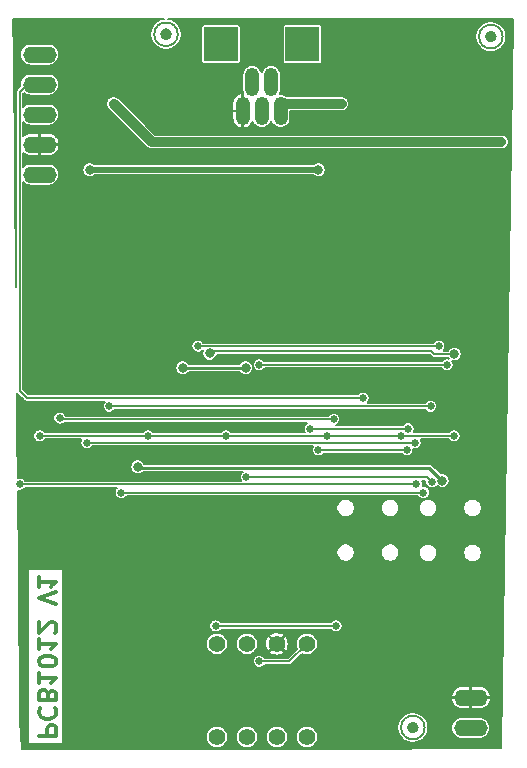
<source format=gbr>
G04 #@! TF.GenerationSoftware,KiCad,Pcbnew,(5.1.6)-1*
G04 #@! TF.CreationDate,2021-03-08T10:10:15+01:00*
G04 #@! TF.ProjectId,P_sensor v10.0,505f7365-6e73-46f7-9220-7631302e302e,rev?*
G04 #@! TF.SameCoordinates,Original*
G04 #@! TF.FileFunction,Copper,L16,Bot*
G04 #@! TF.FilePolarity,Positive*
%FSLAX46Y46*%
G04 Gerber Fmt 4.6, Leading zero omitted, Abs format (unit mm)*
G04 Created by KiCad (PCBNEW (5.1.6)-1) date 2021-03-08 10:10:15*
%MOMM*%
%LPD*%
G01*
G04 APERTURE LIST*
G04 #@! TA.AperFunction,NonConductor*
%ADD10C,0.300000*%
G04 #@! TD*
G04 #@! TA.AperFunction,EtchedComponent*
%ADD11C,0.500000*%
G04 #@! TD*
G04 #@! TA.AperFunction,EtchedComponent*
%ADD12C,0.150000*%
G04 #@! TD*
G04 #@! TA.AperFunction,ComponentPad*
%ADD13R,2.895600X2.895600*%
G04 #@! TD*
G04 #@! TA.AperFunction,ComponentPad*
%ADD14O,1.219200X2.438400*%
G04 #@! TD*
G04 #@! TA.AperFunction,ComponentPad*
%ADD15O,2.834636X1.417318*%
G04 #@! TD*
G04 #@! TA.AperFunction,ComponentPad*
%ADD16C,1.417318*%
G04 #@! TD*
G04 #@! TA.AperFunction,ViaPad*
%ADD17C,0.800000*%
G04 #@! TD*
G04 #@! TA.AperFunction,ViaPad*
%ADD18C,0.651318*%
G04 #@! TD*
G04 #@! TA.AperFunction,ViaPad*
%ADD19C,0.751318*%
G04 #@! TD*
G04 #@! TA.AperFunction,Conductor*
%ADD20C,0.812800*%
G04 #@! TD*
G04 #@! TA.AperFunction,Conductor*
%ADD21C,0.150000*%
G04 #@! TD*
G04 #@! TA.AperFunction,Conductor*
%ADD22C,0.500000*%
G04 #@! TD*
G04 #@! TA.AperFunction,Conductor*
%ADD23C,0.250000*%
G04 #@! TD*
G04 APERTURE END LIST*
D10*
X153421428Y-103778571D02*
X154921428Y-103778571D01*
X154921428Y-103207142D01*
X154850000Y-103064285D01*
X154778571Y-102992857D01*
X154635714Y-102921428D01*
X154421428Y-102921428D01*
X154278571Y-102992857D01*
X154207142Y-103064285D01*
X154135714Y-103207142D01*
X154135714Y-103778571D01*
X153564285Y-101421428D02*
X153492857Y-101492857D01*
X153421428Y-101707142D01*
X153421428Y-101850000D01*
X153492857Y-102064285D01*
X153635714Y-102207142D01*
X153778571Y-102278571D01*
X154064285Y-102350000D01*
X154278571Y-102350000D01*
X154564285Y-102278571D01*
X154707142Y-102207142D01*
X154850000Y-102064285D01*
X154921428Y-101850000D01*
X154921428Y-101707142D01*
X154850000Y-101492857D01*
X154778571Y-101421428D01*
X154207142Y-100278571D02*
X154135714Y-100064285D01*
X154064285Y-99992857D01*
X153921428Y-99921428D01*
X153707142Y-99921428D01*
X153564285Y-99992857D01*
X153492857Y-100064285D01*
X153421428Y-100207142D01*
X153421428Y-100778571D01*
X154921428Y-100778571D01*
X154921428Y-100278571D01*
X154850000Y-100135714D01*
X154778571Y-100064285D01*
X154635714Y-99992857D01*
X154492857Y-99992857D01*
X154350000Y-100064285D01*
X154278571Y-100135714D01*
X154207142Y-100278571D01*
X154207142Y-100778571D01*
X153421428Y-98492857D02*
X153421428Y-99350000D01*
X153421428Y-98921428D02*
X154921428Y-98921428D01*
X154707142Y-99064285D01*
X154564285Y-99207142D01*
X154492857Y-99350000D01*
X154921428Y-97564285D02*
X154921428Y-97421428D01*
X154850000Y-97278571D01*
X154778571Y-97207142D01*
X154635714Y-97135714D01*
X154350000Y-97064285D01*
X153992857Y-97064285D01*
X153707142Y-97135714D01*
X153564285Y-97207142D01*
X153492857Y-97278571D01*
X153421428Y-97421428D01*
X153421428Y-97564285D01*
X153492857Y-97707142D01*
X153564285Y-97778571D01*
X153707142Y-97850000D01*
X153992857Y-97921428D01*
X154350000Y-97921428D01*
X154635714Y-97850000D01*
X154778571Y-97778571D01*
X154850000Y-97707142D01*
X154921428Y-97564285D01*
X153421428Y-95635714D02*
X153421428Y-96492857D01*
X153421428Y-96064285D02*
X154921428Y-96064285D01*
X154707142Y-96207142D01*
X154564285Y-96350000D01*
X154492857Y-96492857D01*
X154778571Y-95064285D02*
X154850000Y-94992857D01*
X154921428Y-94850000D01*
X154921428Y-94492857D01*
X154850000Y-94350000D01*
X154778571Y-94278571D01*
X154635714Y-94207142D01*
X154492857Y-94207142D01*
X154278571Y-94278571D01*
X153421428Y-95135714D01*
X153421428Y-94207142D01*
X154921428Y-92635714D02*
X153421428Y-92135714D01*
X154921428Y-91635714D01*
X153421428Y-90350000D02*
X153421428Y-91207142D01*
X153421428Y-90778571D02*
X154921428Y-90778571D01*
X154707142Y-90921428D01*
X154564285Y-91064285D01*
X154492857Y-91207142D01*
D11*
X185351100Y-103103600D02*
G75*
G03*
X185351100Y-103103600I-250000J0D01*
G01*
D12*
X186101100Y-103103600D02*
G75*
G03*
X186101100Y-103103600I-1000000J0D01*
G01*
D11*
X164451100Y-44403600D02*
G75*
G03*
X164451100Y-44403600I-250000J0D01*
G01*
D12*
X165201100Y-44403600D02*
G75*
G03*
X165201100Y-44403600I-1000000J0D01*
G01*
D11*
X191951100Y-44603600D02*
G75*
G03*
X191951100Y-44603600I-250000J0D01*
G01*
D12*
X192701100Y-44603600D02*
G75*
G03*
X192701100Y-44603600I-1000000J0D01*
G01*
D13*
X175749320Y-45238480D03*
X168850680Y-45238480D03*
D14*
X170702340Y-50897600D03*
X171502440Y-48479520D03*
X172300000Y-50897600D03*
X173097560Y-48479520D03*
X173897660Y-50897600D03*
D15*
X190001100Y-100583600D03*
X190001100Y-103123600D03*
D16*
X176131100Y-96023600D03*
X173591100Y-96023600D03*
X171051100Y-96023600D03*
X168511100Y-96023600D03*
X176131100Y-103903600D03*
X173591100Y-103903600D03*
X171051100Y-103903600D03*
X168511100Y-103903600D03*
D15*
X153501100Y-46123600D03*
X153501100Y-48663600D03*
X153501100Y-51203600D03*
X153501100Y-53743600D03*
X153501100Y-56283600D03*
D17*
X159766000Y-50292000D03*
X192601100Y-53524900D03*
D18*
X177801100Y-78403600D03*
X188601100Y-78403600D03*
X184101100Y-78403600D03*
X169301100Y-78403600D03*
X153501100Y-78403600D03*
X162701100Y-78403600D03*
X168401100Y-94503600D03*
X178601100Y-94503600D03*
X184601100Y-79603600D03*
X177101100Y-79603600D03*
D17*
X177101100Y-55880000D03*
X157734000Y-55880000D03*
D18*
X186601100Y-75903600D03*
X159401100Y-75903600D03*
X180901100Y-75203600D03*
X155201100Y-76903600D03*
X178401100Y-77003600D03*
X171001100Y-81903600D03*
X186701100Y-82303600D03*
X186001100Y-83203600D03*
X160401100Y-83203600D03*
X185401100Y-82503600D03*
X151801100Y-82503600D03*
X188001100Y-72403600D03*
X172101100Y-72403600D03*
X172101100Y-97503600D03*
X187301100Y-70803600D03*
X166901100Y-70803600D03*
X176401100Y-77803600D03*
X184701100Y-77803600D03*
X185301100Y-79003600D03*
X157501100Y-79003600D03*
X182601100Y-100103600D03*
X188701100Y-83403600D03*
X181801100Y-74603600D03*
X186401100Y-71803600D03*
X190801100Y-77003600D03*
X184801100Y-92703600D03*
D19*
X185401100Y-95303600D03*
D18*
X182201100Y-85903600D03*
D17*
X183388000Y-45212000D03*
X183896000Y-47498000D03*
X185674000Y-50038000D03*
X161798000Y-48006000D03*
X161290000Y-72898000D03*
X179070000Y-50292000D03*
X165608000Y-72644000D03*
X170942000Y-72644000D03*
X188614900Y-71481100D03*
X167894000Y-71428459D03*
X187600000Y-82200000D03*
X161798000Y-81026000D03*
D20*
X162998900Y-53524900D02*
X192601100Y-53524900D01*
X159766000Y-50292000D02*
X162998900Y-53524900D01*
D21*
X188601100Y-78403600D02*
X184101100Y-78403600D01*
X184101100Y-78403600D02*
X177801100Y-78403600D01*
X169301100Y-78403600D02*
X177801100Y-78403600D01*
X153501100Y-78403600D02*
X162701100Y-78403600D01*
X162701100Y-78403600D02*
X169301100Y-78403600D01*
X168401100Y-94503600D02*
X178601100Y-94503600D01*
X184601100Y-79603600D02*
X177101100Y-79603600D01*
D22*
X157734000Y-55880000D02*
X177101100Y-55880000D01*
D21*
X159401100Y-75903600D02*
X186601100Y-75903600D01*
X153501100Y-48663600D02*
X153461100Y-48703600D01*
X153461100Y-48703600D02*
X152401100Y-48703600D01*
X152401100Y-48703600D02*
X151801100Y-49303600D01*
X151801100Y-49303600D02*
X151801100Y-74603600D01*
X151801100Y-74603600D02*
X152401100Y-75203600D01*
X152401100Y-75203600D02*
X180901100Y-75203600D01*
X155201100Y-76903600D02*
X155301100Y-77003600D01*
X155301100Y-77003600D02*
X178401100Y-77003600D01*
X171001100Y-81903600D02*
X186301100Y-81903600D01*
X186301100Y-81903600D02*
X186701100Y-82303600D01*
X186001100Y-83203600D02*
X160401100Y-83203600D01*
X185401100Y-82503600D02*
X151801100Y-82503600D01*
X188001100Y-72403600D02*
X172101100Y-72403600D01*
X172101100Y-97503600D02*
X174651100Y-97503600D01*
X174651100Y-97503600D02*
X176131100Y-96023600D01*
X187301100Y-70803600D02*
X166901100Y-70803600D01*
X176401100Y-77803600D02*
X184701100Y-77803600D01*
X157501100Y-79003600D02*
X185301100Y-79003600D01*
X182601100Y-100103600D02*
X182901100Y-100103600D01*
X188701100Y-83403600D02*
X188701100Y-83103600D01*
X181801100Y-74603600D02*
X181801100Y-74703600D01*
X186401100Y-71803600D02*
X186701100Y-71803600D01*
X190801100Y-77003600D02*
X190801100Y-76803600D01*
X184801100Y-92703600D02*
X184601100Y-92703600D01*
D20*
X185401100Y-95303600D02*
X184901100Y-95303600D01*
D21*
X182201100Y-85903600D02*
X183001100Y-85903600D01*
X183001100Y-85903600D02*
X183101100Y-86003600D01*
D22*
X179066000Y-50288000D02*
X179070000Y-50292000D01*
D20*
X173897660Y-50288000D02*
X179066000Y-50288000D01*
D23*
X165608000Y-72644000D02*
X170942000Y-72644000D01*
D21*
X168069378Y-71253081D02*
X167894000Y-71428459D01*
X186665350Y-71253081D02*
X168069378Y-71253081D01*
X186893369Y-71481100D02*
X186665350Y-71253081D01*
X188614900Y-71481100D02*
X186893369Y-71481100D01*
D23*
X186500000Y-81100000D02*
X171400000Y-81100000D01*
X187600000Y-82200000D02*
X186500000Y-81100000D01*
X161872000Y-81100000D02*
X161798000Y-81026000D01*
X171400000Y-81100000D02*
X161872000Y-81100000D01*
D21*
G36*
X163817965Y-43140574D02*
G01*
X163578923Y-43239588D01*
X163363790Y-43383335D01*
X163180835Y-43566290D01*
X163037088Y-43781423D01*
X162938074Y-44020465D01*
X162887596Y-44274231D01*
X162887596Y-44532969D01*
X162938074Y-44786735D01*
X163037088Y-45025777D01*
X163180835Y-45240910D01*
X163363790Y-45423865D01*
X163578923Y-45567612D01*
X163817965Y-45666626D01*
X164071731Y-45717104D01*
X164330469Y-45717104D01*
X164584235Y-45666626D01*
X164823277Y-45567612D01*
X165038410Y-45423865D01*
X165221365Y-45240910D01*
X165365112Y-45025777D01*
X165464126Y-44786735D01*
X165514604Y-44532969D01*
X165514604Y-44274231D01*
X165464126Y-44020465D01*
X165368947Y-43790680D01*
X167176934Y-43790680D01*
X167176934Y-46686280D01*
X167181275Y-46730360D01*
X167194133Y-46772746D01*
X167215013Y-46811809D01*
X167243112Y-46846048D01*
X167277351Y-46874147D01*
X167316414Y-46895027D01*
X167358800Y-46907885D01*
X167402880Y-46912226D01*
X170298480Y-46912226D01*
X170342560Y-46907885D01*
X170384946Y-46895027D01*
X170424009Y-46874147D01*
X170458248Y-46846048D01*
X170486347Y-46811809D01*
X170507227Y-46772746D01*
X170520085Y-46730360D01*
X170524426Y-46686280D01*
X170524426Y-43790680D01*
X174075574Y-43790680D01*
X174075574Y-46686280D01*
X174079915Y-46730360D01*
X174092773Y-46772746D01*
X174113653Y-46811809D01*
X174141752Y-46846048D01*
X174175991Y-46874147D01*
X174215054Y-46895027D01*
X174257440Y-46907885D01*
X174301520Y-46912226D01*
X177197120Y-46912226D01*
X177241200Y-46907885D01*
X177283586Y-46895027D01*
X177322649Y-46874147D01*
X177356888Y-46846048D01*
X177384987Y-46811809D01*
X177405867Y-46772746D01*
X177418725Y-46730360D01*
X177423066Y-46686280D01*
X177423066Y-44474231D01*
X190387596Y-44474231D01*
X190387596Y-44732969D01*
X190438074Y-44986735D01*
X190537088Y-45225777D01*
X190680835Y-45440910D01*
X190863790Y-45623865D01*
X191078923Y-45767612D01*
X191317965Y-45866626D01*
X191571731Y-45917104D01*
X191830469Y-45917104D01*
X192084235Y-45866626D01*
X192323277Y-45767612D01*
X192538410Y-45623865D01*
X192721365Y-45440910D01*
X192865112Y-45225777D01*
X192964126Y-44986735D01*
X193014604Y-44732969D01*
X193014604Y-44474231D01*
X192964126Y-44220465D01*
X192865112Y-43981423D01*
X192721365Y-43766290D01*
X192538410Y-43583335D01*
X192323277Y-43439588D01*
X192084235Y-43340574D01*
X191830469Y-43290096D01*
X191571731Y-43290096D01*
X191317965Y-43340574D01*
X191078923Y-43439588D01*
X190863790Y-43583335D01*
X190680835Y-43766290D01*
X190537088Y-43981423D01*
X190438074Y-44220465D01*
X190387596Y-44474231D01*
X177423066Y-44474231D01*
X177423066Y-43790680D01*
X177418725Y-43746600D01*
X177405867Y-43704214D01*
X177384987Y-43665151D01*
X177356888Y-43630912D01*
X177322649Y-43602813D01*
X177283586Y-43581933D01*
X177241200Y-43569075D01*
X177197120Y-43564734D01*
X174301520Y-43564734D01*
X174257440Y-43569075D01*
X174215054Y-43581933D01*
X174175991Y-43602813D01*
X174141752Y-43630912D01*
X174113653Y-43665151D01*
X174092773Y-43704214D01*
X174079915Y-43746600D01*
X174075574Y-43790680D01*
X170524426Y-43790680D01*
X170520085Y-43746600D01*
X170507227Y-43704214D01*
X170486347Y-43665151D01*
X170458248Y-43630912D01*
X170424009Y-43602813D01*
X170384946Y-43581933D01*
X170342560Y-43569075D01*
X170298480Y-43564734D01*
X167402880Y-43564734D01*
X167358800Y-43569075D01*
X167316414Y-43581933D01*
X167277351Y-43602813D01*
X167243112Y-43630912D01*
X167215013Y-43665151D01*
X167194133Y-43704214D01*
X167181275Y-43746600D01*
X167176934Y-43790680D01*
X165368947Y-43790680D01*
X165365112Y-43781423D01*
X165221365Y-43566290D01*
X165038410Y-43383335D01*
X164823277Y-43239588D01*
X164584235Y-43140574D01*
X164398362Y-43103601D01*
X193617260Y-43103601D01*
X192527406Y-104828960D01*
X177301080Y-104903599D01*
X151995162Y-104903599D01*
X151851887Y-102564842D01*
X151729070Y-89689427D01*
X152480141Y-89689427D01*
X152480141Y-104510574D01*
X155479859Y-104510574D01*
X155479859Y-103811656D01*
X167577582Y-103811656D01*
X167577582Y-103995544D01*
X167613456Y-104175897D01*
X167683827Y-104345787D01*
X167785989Y-104498683D01*
X167916017Y-104628711D01*
X168068913Y-104730873D01*
X168238803Y-104801244D01*
X168419156Y-104837118D01*
X168603044Y-104837118D01*
X168783397Y-104801244D01*
X168953287Y-104730873D01*
X169106183Y-104628711D01*
X169236211Y-104498683D01*
X169338373Y-104345787D01*
X169408744Y-104175897D01*
X169444618Y-103995544D01*
X169444618Y-103811656D01*
X170117582Y-103811656D01*
X170117582Y-103995544D01*
X170153456Y-104175897D01*
X170223827Y-104345787D01*
X170325989Y-104498683D01*
X170456017Y-104628711D01*
X170608913Y-104730873D01*
X170778803Y-104801244D01*
X170959156Y-104837118D01*
X171143044Y-104837118D01*
X171323397Y-104801244D01*
X171493287Y-104730873D01*
X171646183Y-104628711D01*
X171776211Y-104498683D01*
X171878373Y-104345787D01*
X171948744Y-104175897D01*
X171984618Y-103995544D01*
X171984618Y-103811656D01*
X172657582Y-103811656D01*
X172657582Y-103995544D01*
X172693456Y-104175897D01*
X172763827Y-104345787D01*
X172865989Y-104498683D01*
X172996017Y-104628711D01*
X173148913Y-104730873D01*
X173318803Y-104801244D01*
X173499156Y-104837118D01*
X173683044Y-104837118D01*
X173863397Y-104801244D01*
X174033287Y-104730873D01*
X174186183Y-104628711D01*
X174316211Y-104498683D01*
X174418373Y-104345787D01*
X174488744Y-104175897D01*
X174524618Y-103995544D01*
X174524618Y-103811656D01*
X175197582Y-103811656D01*
X175197582Y-103995544D01*
X175233456Y-104175897D01*
X175303827Y-104345787D01*
X175405989Y-104498683D01*
X175536017Y-104628711D01*
X175688913Y-104730873D01*
X175858803Y-104801244D01*
X176039156Y-104837118D01*
X176223044Y-104837118D01*
X176403397Y-104801244D01*
X176573287Y-104730873D01*
X176726183Y-104628711D01*
X176856211Y-104498683D01*
X176958373Y-104345787D01*
X177028744Y-104175897D01*
X177064618Y-103995544D01*
X177064618Y-103811656D01*
X177028744Y-103631303D01*
X176958373Y-103461413D01*
X176856211Y-103308517D01*
X176726183Y-103178489D01*
X176573287Y-103076327D01*
X176403397Y-103005956D01*
X176243903Y-102974231D01*
X183787596Y-102974231D01*
X183787596Y-103232969D01*
X183838074Y-103486735D01*
X183937088Y-103725777D01*
X184080835Y-103940910D01*
X184263790Y-104123865D01*
X184478923Y-104267612D01*
X184717965Y-104366626D01*
X184971731Y-104417104D01*
X185230469Y-104417104D01*
X185484235Y-104366626D01*
X185723277Y-104267612D01*
X185938410Y-104123865D01*
X186121365Y-103940910D01*
X186265112Y-103725777D01*
X186364126Y-103486735D01*
X186414604Y-103232969D01*
X186414604Y-103123600D01*
X188354407Y-103123600D01*
X188372431Y-103306601D01*
X188425811Y-103482570D01*
X188512494Y-103644744D01*
X188629151Y-103786890D01*
X188771297Y-103903547D01*
X188933471Y-103990230D01*
X189109440Y-104043610D01*
X189246589Y-104057118D01*
X190755611Y-104057118D01*
X190892760Y-104043610D01*
X191068729Y-103990230D01*
X191230903Y-103903547D01*
X191373049Y-103786890D01*
X191489706Y-103644744D01*
X191576389Y-103482570D01*
X191629769Y-103306601D01*
X191647793Y-103123600D01*
X191629769Y-102940599D01*
X191576389Y-102764630D01*
X191489706Y-102602456D01*
X191373049Y-102460310D01*
X191230903Y-102343653D01*
X191068729Y-102256970D01*
X190892760Y-102203590D01*
X190755611Y-102190082D01*
X189246589Y-102190082D01*
X189109440Y-102203590D01*
X188933471Y-102256970D01*
X188771297Y-102343653D01*
X188629151Y-102460310D01*
X188512494Y-102602456D01*
X188425811Y-102764630D01*
X188372431Y-102940599D01*
X188354407Y-103123600D01*
X186414604Y-103123600D01*
X186414604Y-102974231D01*
X186364126Y-102720465D01*
X186265112Y-102481423D01*
X186121365Y-102266290D01*
X185938410Y-102083335D01*
X185723277Y-101939588D01*
X185484235Y-101840574D01*
X185230469Y-101790096D01*
X184971731Y-101790096D01*
X184717965Y-101840574D01*
X184478923Y-101939588D01*
X184263790Y-102083335D01*
X184080835Y-102266290D01*
X183937088Y-102481423D01*
X183838074Y-102720465D01*
X183787596Y-102974231D01*
X176243903Y-102974231D01*
X176223044Y-102970082D01*
X176039156Y-102970082D01*
X175858803Y-103005956D01*
X175688913Y-103076327D01*
X175536017Y-103178489D01*
X175405989Y-103308517D01*
X175303827Y-103461413D01*
X175233456Y-103631303D01*
X175197582Y-103811656D01*
X174524618Y-103811656D01*
X174488744Y-103631303D01*
X174418373Y-103461413D01*
X174316211Y-103308517D01*
X174186183Y-103178489D01*
X174033287Y-103076327D01*
X173863397Y-103005956D01*
X173683044Y-102970082D01*
X173499156Y-102970082D01*
X173318803Y-103005956D01*
X173148913Y-103076327D01*
X172996017Y-103178489D01*
X172865989Y-103308517D01*
X172763827Y-103461413D01*
X172693456Y-103631303D01*
X172657582Y-103811656D01*
X171984618Y-103811656D01*
X171948744Y-103631303D01*
X171878373Y-103461413D01*
X171776211Y-103308517D01*
X171646183Y-103178489D01*
X171493287Y-103076327D01*
X171323397Y-103005956D01*
X171143044Y-102970082D01*
X170959156Y-102970082D01*
X170778803Y-103005956D01*
X170608913Y-103076327D01*
X170456017Y-103178489D01*
X170325989Y-103308517D01*
X170223827Y-103461413D01*
X170153456Y-103631303D01*
X170117582Y-103811656D01*
X169444618Y-103811656D01*
X169408744Y-103631303D01*
X169338373Y-103461413D01*
X169236211Y-103308517D01*
X169106183Y-103178489D01*
X168953287Y-103076327D01*
X168783397Y-103005956D01*
X168603044Y-102970082D01*
X168419156Y-102970082D01*
X168238803Y-103005956D01*
X168068913Y-103076327D01*
X167916017Y-103178489D01*
X167785989Y-103308517D01*
X167683827Y-103461413D01*
X167613456Y-103631303D01*
X167577582Y-103811656D01*
X155479859Y-103811656D01*
X155479859Y-100762121D01*
X188325117Y-100762121D01*
X188374092Y-100936933D01*
X188460670Y-101109305D01*
X188579212Y-101261474D01*
X188725163Y-101387593D01*
X188892914Y-101482815D01*
X189076019Y-101543481D01*
X189267441Y-101567259D01*
X189976100Y-101567259D01*
X189976100Y-100608600D01*
X190026100Y-100608600D01*
X190026100Y-101567259D01*
X190734759Y-101567259D01*
X190926181Y-101543481D01*
X191109286Y-101482815D01*
X191277037Y-101387593D01*
X191422988Y-101261474D01*
X191541530Y-101109305D01*
X191628108Y-100936933D01*
X191677083Y-100762121D01*
X191624326Y-100608600D01*
X190026100Y-100608600D01*
X189976100Y-100608600D01*
X188377874Y-100608600D01*
X188325117Y-100762121D01*
X155479859Y-100762121D01*
X155479859Y-100405079D01*
X188325117Y-100405079D01*
X188377874Y-100558600D01*
X189976100Y-100558600D01*
X189976100Y-99599941D01*
X190026100Y-99599941D01*
X190026100Y-100558600D01*
X191624326Y-100558600D01*
X191677083Y-100405079D01*
X191628108Y-100230267D01*
X191541530Y-100057895D01*
X191422988Y-99905726D01*
X191277037Y-99779607D01*
X191109286Y-99684385D01*
X190926181Y-99623719D01*
X190734759Y-99599941D01*
X190026100Y-99599941D01*
X189976100Y-99599941D01*
X189267441Y-99599941D01*
X189076019Y-99623719D01*
X188892914Y-99684385D01*
X188725163Y-99779607D01*
X188579212Y-99905726D01*
X188460670Y-100057895D01*
X188374092Y-100230267D01*
X188325117Y-100405079D01*
X155479859Y-100405079D01*
X155479859Y-97449379D01*
X171550582Y-97449379D01*
X171550582Y-97557821D01*
X171571738Y-97664180D01*
X171613237Y-97764368D01*
X171673485Y-97854535D01*
X171750165Y-97931215D01*
X171840332Y-97991463D01*
X171940520Y-98032962D01*
X172046879Y-98054118D01*
X172155321Y-98054118D01*
X172261680Y-98032962D01*
X172361868Y-97991463D01*
X172452035Y-97931215D01*
X172528715Y-97854535D01*
X172562843Y-97803459D01*
X174636379Y-97803459D01*
X174651100Y-97804909D01*
X174709882Y-97799119D01*
X174766406Y-97781973D01*
X174818498Y-97754129D01*
X174864158Y-97716658D01*
X174873547Y-97705217D01*
X175716475Y-96862290D01*
X175858803Y-96921244D01*
X176039156Y-96957118D01*
X176223044Y-96957118D01*
X176403397Y-96921244D01*
X176573287Y-96850873D01*
X176726183Y-96748711D01*
X176856211Y-96618683D01*
X176958373Y-96465787D01*
X177028744Y-96295897D01*
X177064618Y-96115544D01*
X177064618Y-95931656D01*
X177028744Y-95751303D01*
X176958373Y-95581413D01*
X176856211Y-95428517D01*
X176726183Y-95298489D01*
X176573287Y-95196327D01*
X176403397Y-95125956D01*
X176223044Y-95090082D01*
X176039156Y-95090082D01*
X175858803Y-95125956D01*
X175688913Y-95196327D01*
X175536017Y-95298489D01*
X175405989Y-95428517D01*
X175303827Y-95581413D01*
X175233456Y-95751303D01*
X175197582Y-95931656D01*
X175197582Y-96115544D01*
X175233456Y-96295897D01*
X175292410Y-96438225D01*
X174526895Y-97203741D01*
X172562843Y-97203741D01*
X172528715Y-97152665D01*
X172452035Y-97075985D01*
X172361868Y-97015737D01*
X172261680Y-96974238D01*
X172155321Y-96953082D01*
X172046879Y-96953082D01*
X171940520Y-96974238D01*
X171840332Y-97015737D01*
X171750165Y-97075985D01*
X171673485Y-97152665D01*
X171613237Y-97242832D01*
X171571738Y-97343020D01*
X171550582Y-97449379D01*
X155479859Y-97449379D01*
X155479859Y-95931656D01*
X167577582Y-95931656D01*
X167577582Y-96115544D01*
X167613456Y-96295897D01*
X167683827Y-96465787D01*
X167785989Y-96618683D01*
X167916017Y-96748711D01*
X168068913Y-96850873D01*
X168238803Y-96921244D01*
X168419156Y-96957118D01*
X168603044Y-96957118D01*
X168783397Y-96921244D01*
X168953287Y-96850873D01*
X169106183Y-96748711D01*
X169236211Y-96618683D01*
X169338373Y-96465787D01*
X169408744Y-96295897D01*
X169444618Y-96115544D01*
X169444618Y-95931656D01*
X170117582Y-95931656D01*
X170117582Y-96115544D01*
X170153456Y-96295897D01*
X170223827Y-96465787D01*
X170325989Y-96618683D01*
X170456017Y-96748711D01*
X170608913Y-96850873D01*
X170778803Y-96921244D01*
X170959156Y-96957118D01*
X171143044Y-96957118D01*
X171323397Y-96921244D01*
X171493287Y-96850873D01*
X171646183Y-96748711D01*
X171703553Y-96691341D01*
X172958714Y-96691341D01*
X173030533Y-96837687D01*
X173200125Y-96931406D01*
X173384741Y-96990238D01*
X173577289Y-97011923D01*
X173770366Y-96995628D01*
X173956555Y-96941978D01*
X174128700Y-96853034D01*
X174151667Y-96837687D01*
X174223486Y-96691341D01*
X173591100Y-96058955D01*
X172958714Y-96691341D01*
X171703553Y-96691341D01*
X171776211Y-96618683D01*
X171878373Y-96465787D01*
X171948744Y-96295897D01*
X171984618Y-96115544D01*
X171984618Y-96009789D01*
X172602777Y-96009789D01*
X172619072Y-96202866D01*
X172672722Y-96389055D01*
X172761666Y-96561200D01*
X172777013Y-96584167D01*
X172923359Y-96655986D01*
X173555745Y-96023600D01*
X173626455Y-96023600D01*
X174258841Y-96655986D01*
X174405187Y-96584167D01*
X174498906Y-96414575D01*
X174557738Y-96229959D01*
X174579423Y-96037411D01*
X174563128Y-95844334D01*
X174509478Y-95658145D01*
X174420534Y-95486000D01*
X174405187Y-95463033D01*
X174258841Y-95391214D01*
X173626455Y-96023600D01*
X173555745Y-96023600D01*
X172923359Y-95391214D01*
X172777013Y-95463033D01*
X172683294Y-95632625D01*
X172624462Y-95817241D01*
X172602777Y-96009789D01*
X171984618Y-96009789D01*
X171984618Y-95931656D01*
X171948744Y-95751303D01*
X171878373Y-95581413D01*
X171776211Y-95428517D01*
X171703553Y-95355859D01*
X172958714Y-95355859D01*
X173591100Y-95988245D01*
X174223486Y-95355859D01*
X174151667Y-95209513D01*
X173982075Y-95115794D01*
X173797459Y-95056962D01*
X173604911Y-95035277D01*
X173411834Y-95051572D01*
X173225645Y-95105222D01*
X173053500Y-95194166D01*
X173030533Y-95209513D01*
X172958714Y-95355859D01*
X171703553Y-95355859D01*
X171646183Y-95298489D01*
X171493287Y-95196327D01*
X171323397Y-95125956D01*
X171143044Y-95090082D01*
X170959156Y-95090082D01*
X170778803Y-95125956D01*
X170608913Y-95196327D01*
X170456017Y-95298489D01*
X170325989Y-95428517D01*
X170223827Y-95581413D01*
X170153456Y-95751303D01*
X170117582Y-95931656D01*
X169444618Y-95931656D01*
X169408744Y-95751303D01*
X169338373Y-95581413D01*
X169236211Y-95428517D01*
X169106183Y-95298489D01*
X168953287Y-95196327D01*
X168783397Y-95125956D01*
X168603044Y-95090082D01*
X168419156Y-95090082D01*
X168238803Y-95125956D01*
X168068913Y-95196327D01*
X167916017Y-95298489D01*
X167785989Y-95428517D01*
X167683827Y-95581413D01*
X167613456Y-95751303D01*
X167577582Y-95931656D01*
X155479859Y-95931656D01*
X155479859Y-94449379D01*
X167850582Y-94449379D01*
X167850582Y-94557821D01*
X167871738Y-94664180D01*
X167913237Y-94764368D01*
X167973485Y-94854535D01*
X168050165Y-94931215D01*
X168140332Y-94991463D01*
X168240520Y-95032962D01*
X168346879Y-95054118D01*
X168455321Y-95054118D01*
X168561680Y-95032962D01*
X168661868Y-94991463D01*
X168752035Y-94931215D01*
X168828715Y-94854535D01*
X168862843Y-94803459D01*
X178139357Y-94803459D01*
X178173485Y-94854535D01*
X178250165Y-94931215D01*
X178340332Y-94991463D01*
X178440520Y-95032962D01*
X178546879Y-95054118D01*
X178655321Y-95054118D01*
X178761680Y-95032962D01*
X178861868Y-94991463D01*
X178952035Y-94931215D01*
X179028715Y-94854535D01*
X179088963Y-94764368D01*
X179130462Y-94664180D01*
X179151618Y-94557821D01*
X179151618Y-94449379D01*
X179130462Y-94343020D01*
X179088963Y-94242832D01*
X179028715Y-94152665D01*
X178952035Y-94075985D01*
X178861868Y-94015737D01*
X178761680Y-93974238D01*
X178655321Y-93953082D01*
X178546879Y-93953082D01*
X178440520Y-93974238D01*
X178340332Y-94015737D01*
X178250165Y-94075985D01*
X178173485Y-94152665D01*
X178139357Y-94203741D01*
X168862843Y-94203741D01*
X168828715Y-94152665D01*
X168752035Y-94075985D01*
X168661868Y-94015737D01*
X168561680Y-93974238D01*
X168455321Y-93953082D01*
X168346879Y-93953082D01*
X168240520Y-93974238D01*
X168140332Y-94015737D01*
X168050165Y-94075985D01*
X167973485Y-94152665D01*
X167913237Y-94242832D01*
X167871738Y-94343020D01*
X167850582Y-94449379D01*
X155479859Y-94449379D01*
X155479859Y-89689427D01*
X152480141Y-89689427D01*
X151729070Y-89689427D01*
X151715028Y-88217283D01*
X178636241Y-88217283D01*
X178636241Y-88369917D01*
X178666019Y-88519618D01*
X178724429Y-88660633D01*
X178809228Y-88787544D01*
X178917156Y-88895472D01*
X179044067Y-88980271D01*
X179185082Y-89038681D01*
X179334783Y-89068459D01*
X179487417Y-89068459D01*
X179637118Y-89038681D01*
X179778133Y-88980271D01*
X179905044Y-88895472D01*
X180012972Y-88787544D01*
X180097771Y-88660633D01*
X180156181Y-88519618D01*
X180185959Y-88369917D01*
X180185959Y-88217283D01*
X182416241Y-88217283D01*
X182416241Y-88369917D01*
X182446019Y-88519618D01*
X182504429Y-88660633D01*
X182589228Y-88787544D01*
X182697156Y-88895472D01*
X182824067Y-88980271D01*
X182965082Y-89038681D01*
X183114783Y-89068459D01*
X183267417Y-89068459D01*
X183417118Y-89038681D01*
X183558133Y-88980271D01*
X183685044Y-88895472D01*
X183792972Y-88787544D01*
X183877771Y-88660633D01*
X183936181Y-88519618D01*
X183965959Y-88369917D01*
X183965959Y-88227283D01*
X185606241Y-88227283D01*
X185606241Y-88379917D01*
X185636019Y-88529618D01*
X185694429Y-88670633D01*
X185779228Y-88797544D01*
X185887156Y-88905472D01*
X186014067Y-88990271D01*
X186155082Y-89048681D01*
X186304783Y-89078459D01*
X186457417Y-89078459D01*
X186607118Y-89048681D01*
X186748133Y-88990271D01*
X186875044Y-88905472D01*
X186982972Y-88797544D01*
X187067771Y-88670633D01*
X187126181Y-88529618D01*
X187155959Y-88379917D01*
X187155959Y-88227283D01*
X189386241Y-88227283D01*
X189386241Y-88379917D01*
X189416019Y-88529618D01*
X189474429Y-88670633D01*
X189559228Y-88797544D01*
X189667156Y-88905472D01*
X189794067Y-88990271D01*
X189935082Y-89048681D01*
X190084783Y-89078459D01*
X190237417Y-89078459D01*
X190387118Y-89048681D01*
X190528133Y-88990271D01*
X190655044Y-88905472D01*
X190762972Y-88797544D01*
X190847771Y-88670633D01*
X190906181Y-88529618D01*
X190935959Y-88379917D01*
X190935959Y-88227283D01*
X190906181Y-88077582D01*
X190847771Y-87936567D01*
X190762972Y-87809656D01*
X190655044Y-87701728D01*
X190528133Y-87616929D01*
X190387118Y-87558519D01*
X190237417Y-87528741D01*
X190084783Y-87528741D01*
X189935082Y-87558519D01*
X189794067Y-87616929D01*
X189667156Y-87701728D01*
X189559228Y-87809656D01*
X189474429Y-87936567D01*
X189416019Y-88077582D01*
X189386241Y-88227283D01*
X187155959Y-88227283D01*
X187126181Y-88077582D01*
X187067771Y-87936567D01*
X186982972Y-87809656D01*
X186875044Y-87701728D01*
X186748133Y-87616929D01*
X186607118Y-87558519D01*
X186457417Y-87528741D01*
X186304783Y-87528741D01*
X186155082Y-87558519D01*
X186014067Y-87616929D01*
X185887156Y-87701728D01*
X185779228Y-87809656D01*
X185694429Y-87936567D01*
X185636019Y-88077582D01*
X185606241Y-88227283D01*
X183965959Y-88227283D01*
X183965959Y-88217283D01*
X183936181Y-88067582D01*
X183877771Y-87926567D01*
X183792972Y-87799656D01*
X183685044Y-87691728D01*
X183558133Y-87606929D01*
X183417118Y-87548519D01*
X183267417Y-87518741D01*
X183114783Y-87518741D01*
X182965082Y-87548519D01*
X182824067Y-87606929D01*
X182697156Y-87691728D01*
X182589228Y-87799656D01*
X182504429Y-87926567D01*
X182446019Y-88067582D01*
X182416241Y-88217283D01*
X180185959Y-88217283D01*
X180156181Y-88067582D01*
X180097771Y-87926567D01*
X180012972Y-87799656D01*
X179905044Y-87691728D01*
X179778133Y-87606929D01*
X179637118Y-87548519D01*
X179487417Y-87518741D01*
X179334783Y-87518741D01*
X179185082Y-87548519D01*
X179044067Y-87606929D01*
X178917156Y-87691728D01*
X178809228Y-87799656D01*
X178724429Y-87926567D01*
X178666019Y-88067582D01*
X178636241Y-88217283D01*
X151715028Y-88217283D01*
X151678970Y-84437283D01*
X178636241Y-84437283D01*
X178636241Y-84589917D01*
X178666019Y-84739618D01*
X178724429Y-84880633D01*
X178809228Y-85007544D01*
X178917156Y-85115472D01*
X179044067Y-85200271D01*
X179185082Y-85258681D01*
X179334783Y-85288459D01*
X179487417Y-85288459D01*
X179637118Y-85258681D01*
X179778133Y-85200271D01*
X179905044Y-85115472D01*
X180012972Y-85007544D01*
X180097771Y-84880633D01*
X180156181Y-84739618D01*
X180185959Y-84589917D01*
X180185959Y-84437283D01*
X182416241Y-84437283D01*
X182416241Y-84589917D01*
X182446019Y-84739618D01*
X182504429Y-84880633D01*
X182589228Y-85007544D01*
X182697156Y-85115472D01*
X182824067Y-85200271D01*
X182965082Y-85258681D01*
X183114783Y-85288459D01*
X183267417Y-85288459D01*
X183417118Y-85258681D01*
X183558133Y-85200271D01*
X183685044Y-85115472D01*
X183792972Y-85007544D01*
X183877771Y-84880633D01*
X183936181Y-84739618D01*
X183965959Y-84589917D01*
X183965959Y-84447283D01*
X185606241Y-84447283D01*
X185606241Y-84599917D01*
X185636019Y-84749618D01*
X185694429Y-84890633D01*
X185779228Y-85017544D01*
X185887156Y-85125472D01*
X186014067Y-85210271D01*
X186155082Y-85268681D01*
X186304783Y-85298459D01*
X186457417Y-85298459D01*
X186607118Y-85268681D01*
X186748133Y-85210271D01*
X186875044Y-85125472D01*
X186982972Y-85017544D01*
X187067771Y-84890633D01*
X187126181Y-84749618D01*
X187155959Y-84599917D01*
X187155959Y-84447283D01*
X189386241Y-84447283D01*
X189386241Y-84599917D01*
X189416019Y-84749618D01*
X189474429Y-84890633D01*
X189559228Y-85017544D01*
X189667156Y-85125472D01*
X189794067Y-85210271D01*
X189935082Y-85268681D01*
X190084783Y-85298459D01*
X190237417Y-85298459D01*
X190387118Y-85268681D01*
X190528133Y-85210271D01*
X190655044Y-85125472D01*
X190762972Y-85017544D01*
X190847771Y-84890633D01*
X190906181Y-84749618D01*
X190935959Y-84599917D01*
X190935959Y-84447283D01*
X190906181Y-84297582D01*
X190847771Y-84156567D01*
X190762972Y-84029656D01*
X190655044Y-83921728D01*
X190528133Y-83836929D01*
X190387118Y-83778519D01*
X190237417Y-83748741D01*
X190084783Y-83748741D01*
X189935082Y-83778519D01*
X189794067Y-83836929D01*
X189667156Y-83921728D01*
X189559228Y-84029656D01*
X189474429Y-84156567D01*
X189416019Y-84297582D01*
X189386241Y-84447283D01*
X187155959Y-84447283D01*
X187126181Y-84297582D01*
X187067771Y-84156567D01*
X186982972Y-84029656D01*
X186875044Y-83921728D01*
X186748133Y-83836929D01*
X186607118Y-83778519D01*
X186457417Y-83748741D01*
X186304783Y-83748741D01*
X186155082Y-83778519D01*
X186014067Y-83836929D01*
X185887156Y-83921728D01*
X185779228Y-84029656D01*
X185694429Y-84156567D01*
X185636019Y-84297582D01*
X185606241Y-84447283D01*
X183965959Y-84447283D01*
X183965959Y-84437283D01*
X183936181Y-84287582D01*
X183877771Y-84146567D01*
X183792972Y-84019656D01*
X183685044Y-83911728D01*
X183558133Y-83826929D01*
X183417118Y-83768519D01*
X183267417Y-83738741D01*
X183114783Y-83738741D01*
X182965082Y-83768519D01*
X182824067Y-83826929D01*
X182697156Y-83911728D01*
X182589228Y-84019656D01*
X182504429Y-84146567D01*
X182446019Y-84287582D01*
X182416241Y-84437283D01*
X180185959Y-84437283D01*
X180156181Y-84287582D01*
X180097771Y-84146567D01*
X180012972Y-84019656D01*
X179905044Y-83911728D01*
X179778133Y-83826929D01*
X179637118Y-83768519D01*
X179487417Y-83738741D01*
X179334783Y-83738741D01*
X179185082Y-83768519D01*
X179044067Y-83826929D01*
X178917156Y-83911728D01*
X178809228Y-84019656D01*
X178724429Y-84146567D01*
X178666019Y-84287582D01*
X178636241Y-84437283D01*
X151678970Y-84437283D01*
X151665621Y-83037955D01*
X151746879Y-83054118D01*
X151855321Y-83054118D01*
X151961680Y-83032962D01*
X152061868Y-82991463D01*
X152152035Y-82931215D01*
X152228715Y-82854535D01*
X152262843Y-82803459D01*
X160022691Y-82803459D01*
X159973485Y-82852665D01*
X159913237Y-82942832D01*
X159871738Y-83043020D01*
X159850582Y-83149379D01*
X159850582Y-83257821D01*
X159871738Y-83364180D01*
X159913237Y-83464368D01*
X159973485Y-83554535D01*
X160050165Y-83631215D01*
X160140332Y-83691463D01*
X160240520Y-83732962D01*
X160346879Y-83754118D01*
X160455321Y-83754118D01*
X160561680Y-83732962D01*
X160661868Y-83691463D01*
X160752035Y-83631215D01*
X160828715Y-83554535D01*
X160862843Y-83503459D01*
X185539357Y-83503459D01*
X185573485Y-83554535D01*
X185650165Y-83631215D01*
X185740332Y-83691463D01*
X185840520Y-83732962D01*
X185946879Y-83754118D01*
X186055321Y-83754118D01*
X186161680Y-83732962D01*
X186261868Y-83691463D01*
X186352035Y-83631215D01*
X186428715Y-83554535D01*
X186488963Y-83464368D01*
X186530462Y-83364180D01*
X186551618Y-83257821D01*
X186551618Y-83149379D01*
X186530462Y-83043020D01*
X186488963Y-82942832D01*
X186428715Y-82852665D01*
X186352035Y-82775985D01*
X186261868Y-82715737D01*
X186161680Y-82674238D01*
X186055321Y-82653082D01*
X185946879Y-82653082D01*
X185932084Y-82656025D01*
X185951618Y-82557821D01*
X185951618Y-82449379D01*
X185930462Y-82343020D01*
X185888963Y-82242832D01*
X185862655Y-82203459D01*
X186159716Y-82203459D01*
X186150582Y-82249379D01*
X186150582Y-82357821D01*
X186171738Y-82464180D01*
X186213237Y-82564368D01*
X186273485Y-82654535D01*
X186350165Y-82731215D01*
X186440332Y-82791463D01*
X186540520Y-82832962D01*
X186646879Y-82854118D01*
X186755321Y-82854118D01*
X186861680Y-82832962D01*
X186961868Y-82791463D01*
X187052035Y-82731215D01*
X187128715Y-82654535D01*
X187145593Y-82629276D01*
X187201676Y-82685359D01*
X187304018Y-82753742D01*
X187417735Y-82800846D01*
X187538457Y-82824859D01*
X187661543Y-82824859D01*
X187782265Y-82800846D01*
X187895982Y-82753742D01*
X187998324Y-82685359D01*
X188085359Y-82598324D01*
X188153742Y-82495982D01*
X188200846Y-82382265D01*
X188224859Y-82261543D01*
X188224859Y-82138457D01*
X188200846Y-82017735D01*
X188153742Y-81904018D01*
X188085359Y-81801676D01*
X187998324Y-81714641D01*
X187895982Y-81646258D01*
X187782265Y-81599154D01*
X187661543Y-81575141D01*
X187538457Y-81575141D01*
X187481288Y-81586513D01*
X186759535Y-80864760D01*
X186748584Y-80851416D01*
X186695311Y-80807696D01*
X186634533Y-80775209D01*
X186568584Y-80755204D01*
X186517179Y-80750141D01*
X186517169Y-80750141D01*
X186500000Y-80748450D01*
X186482831Y-80750141D01*
X162360077Y-80750141D01*
X162351742Y-80730018D01*
X162283359Y-80627676D01*
X162196324Y-80540641D01*
X162093982Y-80472258D01*
X161980265Y-80425154D01*
X161859543Y-80401141D01*
X161736457Y-80401141D01*
X161615735Y-80425154D01*
X161502018Y-80472258D01*
X161399676Y-80540641D01*
X161312641Y-80627676D01*
X161244258Y-80730018D01*
X161197154Y-80843735D01*
X161173141Y-80964457D01*
X161173141Y-81087543D01*
X161197154Y-81208265D01*
X161244258Y-81321982D01*
X161312641Y-81424324D01*
X161399676Y-81511359D01*
X161502018Y-81579742D01*
X161615735Y-81626846D01*
X161736457Y-81650859D01*
X161859543Y-81650859D01*
X161980265Y-81626846D01*
X162093982Y-81579742D01*
X162196324Y-81511359D01*
X162257824Y-81449859D01*
X170689265Y-81449859D01*
X170650165Y-81475985D01*
X170573485Y-81552665D01*
X170513237Y-81642832D01*
X170471738Y-81743020D01*
X170450582Y-81849379D01*
X170450582Y-81957821D01*
X170471738Y-82064180D01*
X170513237Y-82164368D01*
X170539545Y-82203741D01*
X152262843Y-82203741D01*
X152228715Y-82152665D01*
X152152035Y-82075985D01*
X152061868Y-82015737D01*
X151961680Y-81974238D01*
X151855321Y-81953082D01*
X151746879Y-81953082D01*
X151655446Y-81971269D01*
X151620897Y-78349379D01*
X152950582Y-78349379D01*
X152950582Y-78457821D01*
X152971738Y-78564180D01*
X153013237Y-78664368D01*
X153073485Y-78754535D01*
X153150165Y-78831215D01*
X153240332Y-78891463D01*
X153340520Y-78932962D01*
X153446879Y-78954118D01*
X153555321Y-78954118D01*
X153661680Y-78932962D01*
X153761868Y-78891463D01*
X153852035Y-78831215D01*
X153928715Y-78754535D01*
X153962843Y-78703459D01*
X157039545Y-78703459D01*
X157013237Y-78742832D01*
X156971738Y-78843020D01*
X156950582Y-78949379D01*
X156950582Y-79057821D01*
X156971738Y-79164180D01*
X157013237Y-79264368D01*
X157073485Y-79354535D01*
X157150165Y-79431215D01*
X157240332Y-79491463D01*
X157340520Y-79532962D01*
X157446879Y-79554118D01*
X157555321Y-79554118D01*
X157661680Y-79532962D01*
X157761868Y-79491463D01*
X157852035Y-79431215D01*
X157928715Y-79354535D01*
X157962843Y-79303459D01*
X176639545Y-79303459D01*
X176613237Y-79342832D01*
X176571738Y-79443020D01*
X176550582Y-79549379D01*
X176550582Y-79657821D01*
X176571738Y-79764180D01*
X176613237Y-79864368D01*
X176673485Y-79954535D01*
X176750165Y-80031215D01*
X176840332Y-80091463D01*
X176940520Y-80132962D01*
X177046879Y-80154118D01*
X177155321Y-80154118D01*
X177261680Y-80132962D01*
X177361868Y-80091463D01*
X177452035Y-80031215D01*
X177528715Y-79954535D01*
X177562843Y-79903459D01*
X184139357Y-79903459D01*
X184173485Y-79954535D01*
X184250165Y-80031215D01*
X184340332Y-80091463D01*
X184440520Y-80132962D01*
X184546879Y-80154118D01*
X184655321Y-80154118D01*
X184761680Y-80132962D01*
X184861868Y-80091463D01*
X184952035Y-80031215D01*
X185028715Y-79954535D01*
X185088963Y-79864368D01*
X185130462Y-79764180D01*
X185151618Y-79657821D01*
X185151618Y-79549379D01*
X185148675Y-79534584D01*
X185246879Y-79554118D01*
X185355321Y-79554118D01*
X185461680Y-79532962D01*
X185561868Y-79491463D01*
X185652035Y-79431215D01*
X185728715Y-79354535D01*
X185788963Y-79264368D01*
X185830462Y-79164180D01*
X185851618Y-79057821D01*
X185851618Y-78949379D01*
X185830462Y-78843020D01*
X185788963Y-78742832D01*
X185762655Y-78703459D01*
X188139357Y-78703459D01*
X188173485Y-78754535D01*
X188250165Y-78831215D01*
X188340332Y-78891463D01*
X188440520Y-78932962D01*
X188546879Y-78954118D01*
X188655321Y-78954118D01*
X188761680Y-78932962D01*
X188861868Y-78891463D01*
X188952035Y-78831215D01*
X189028715Y-78754535D01*
X189088963Y-78664368D01*
X189130462Y-78564180D01*
X189151618Y-78457821D01*
X189151618Y-78349379D01*
X189130462Y-78243020D01*
X189088963Y-78142832D01*
X189028715Y-78052665D01*
X188952035Y-77975985D01*
X188861868Y-77915737D01*
X188761680Y-77874238D01*
X188655321Y-77853082D01*
X188546879Y-77853082D01*
X188440520Y-77874238D01*
X188340332Y-77915737D01*
X188250165Y-77975985D01*
X188173485Y-78052665D01*
X188139357Y-78103741D01*
X185162655Y-78103741D01*
X185188963Y-78064368D01*
X185230462Y-77964180D01*
X185251618Y-77857821D01*
X185251618Y-77749379D01*
X185230462Y-77643020D01*
X185188963Y-77542832D01*
X185128715Y-77452665D01*
X185052035Y-77375985D01*
X184961868Y-77315737D01*
X184861680Y-77274238D01*
X184755321Y-77253082D01*
X184646879Y-77253082D01*
X184540520Y-77274238D01*
X184440332Y-77315737D01*
X184350165Y-77375985D01*
X184273485Y-77452665D01*
X184239357Y-77503741D01*
X178632226Y-77503741D01*
X178661868Y-77491463D01*
X178752035Y-77431215D01*
X178828715Y-77354535D01*
X178888963Y-77264368D01*
X178930462Y-77164180D01*
X178951618Y-77057821D01*
X178951618Y-76949379D01*
X178930462Y-76843020D01*
X178888963Y-76742832D01*
X178828715Y-76652665D01*
X178752035Y-76575985D01*
X178661868Y-76515737D01*
X178561680Y-76474238D01*
X178455321Y-76453082D01*
X178346879Y-76453082D01*
X178240520Y-76474238D01*
X178140332Y-76515737D01*
X178050165Y-76575985D01*
X177973485Y-76652665D01*
X177939357Y-76703741D01*
X155714192Y-76703741D01*
X155688963Y-76642832D01*
X155628715Y-76552665D01*
X155552035Y-76475985D01*
X155461868Y-76415737D01*
X155361680Y-76374238D01*
X155255321Y-76353082D01*
X155146879Y-76353082D01*
X155040520Y-76374238D01*
X154940332Y-76415737D01*
X154850165Y-76475985D01*
X154773485Y-76552665D01*
X154713237Y-76642832D01*
X154671738Y-76743020D01*
X154650582Y-76849379D01*
X154650582Y-76957821D01*
X154671738Y-77064180D01*
X154713237Y-77164368D01*
X154773485Y-77254535D01*
X154850165Y-77331215D01*
X154940332Y-77391463D01*
X155040520Y-77432962D01*
X155146879Y-77454118D01*
X155255321Y-77454118D01*
X155361680Y-77432962D01*
X155461868Y-77391463D01*
X155552035Y-77331215D01*
X155579791Y-77303459D01*
X176169974Y-77303459D01*
X176140332Y-77315737D01*
X176050165Y-77375985D01*
X175973485Y-77452665D01*
X175913237Y-77542832D01*
X175871738Y-77643020D01*
X175850582Y-77749379D01*
X175850582Y-77857821D01*
X175871738Y-77964180D01*
X175913237Y-78064368D01*
X175939545Y-78103741D01*
X169762843Y-78103741D01*
X169728715Y-78052665D01*
X169652035Y-77975985D01*
X169561868Y-77915737D01*
X169461680Y-77874238D01*
X169355321Y-77853082D01*
X169246879Y-77853082D01*
X169140520Y-77874238D01*
X169040332Y-77915737D01*
X168950165Y-77975985D01*
X168873485Y-78052665D01*
X168839357Y-78103741D01*
X163162843Y-78103741D01*
X163128715Y-78052665D01*
X163052035Y-77975985D01*
X162961868Y-77915737D01*
X162861680Y-77874238D01*
X162755321Y-77853082D01*
X162646879Y-77853082D01*
X162540520Y-77874238D01*
X162440332Y-77915737D01*
X162350165Y-77975985D01*
X162273485Y-78052665D01*
X162239357Y-78103741D01*
X153962843Y-78103741D01*
X153928715Y-78052665D01*
X153852035Y-77975985D01*
X153761868Y-77915737D01*
X153661680Y-77874238D01*
X153555321Y-77853082D01*
X153446879Y-77853082D01*
X153340520Y-77874238D01*
X153240332Y-77915737D01*
X153150165Y-77975985D01*
X153073485Y-78052665D01*
X153013237Y-78142832D01*
X152971738Y-78243020D01*
X152950582Y-78349379D01*
X151620897Y-78349379D01*
X151587188Y-74815616D01*
X151588043Y-74816658D01*
X151599479Y-74826043D01*
X152178657Y-75405222D01*
X152188042Y-75416658D01*
X152233702Y-75454129D01*
X152285794Y-75481973D01*
X152342318Y-75499119D01*
X152386379Y-75503459D01*
X152386381Y-75503459D01*
X152401099Y-75504909D01*
X152415818Y-75503459D01*
X159022691Y-75503459D01*
X158973485Y-75552665D01*
X158913237Y-75642832D01*
X158871738Y-75743020D01*
X158850582Y-75849379D01*
X158850582Y-75957821D01*
X158871738Y-76064180D01*
X158913237Y-76164368D01*
X158973485Y-76254535D01*
X159050165Y-76331215D01*
X159140332Y-76391463D01*
X159240520Y-76432962D01*
X159346879Y-76454118D01*
X159455321Y-76454118D01*
X159561680Y-76432962D01*
X159661868Y-76391463D01*
X159752035Y-76331215D01*
X159828715Y-76254535D01*
X159862843Y-76203459D01*
X186139357Y-76203459D01*
X186173485Y-76254535D01*
X186250165Y-76331215D01*
X186340332Y-76391463D01*
X186440520Y-76432962D01*
X186546879Y-76454118D01*
X186655321Y-76454118D01*
X186761680Y-76432962D01*
X186861868Y-76391463D01*
X186952035Y-76331215D01*
X187028715Y-76254535D01*
X187088963Y-76164368D01*
X187130462Y-76064180D01*
X187151618Y-75957821D01*
X187151618Y-75849379D01*
X187130462Y-75743020D01*
X187088963Y-75642832D01*
X187028715Y-75552665D01*
X186952035Y-75475985D01*
X186861868Y-75415737D01*
X186761680Y-75374238D01*
X186655321Y-75353082D01*
X186546879Y-75353082D01*
X186440520Y-75374238D01*
X186340332Y-75415737D01*
X186250165Y-75475985D01*
X186173485Y-75552665D01*
X186139357Y-75603741D01*
X181279509Y-75603741D01*
X181328715Y-75554535D01*
X181388963Y-75464368D01*
X181430462Y-75364180D01*
X181451618Y-75257821D01*
X181451618Y-75149379D01*
X181430462Y-75043020D01*
X181388963Y-74942832D01*
X181328715Y-74852665D01*
X181252035Y-74775985D01*
X181161868Y-74715737D01*
X181061680Y-74674238D01*
X180955321Y-74653082D01*
X180846879Y-74653082D01*
X180740520Y-74674238D01*
X180640332Y-74715737D01*
X180550165Y-74775985D01*
X180473485Y-74852665D01*
X180439357Y-74903741D01*
X152525306Y-74903741D01*
X152100959Y-74479395D01*
X152100959Y-72582457D01*
X164983141Y-72582457D01*
X164983141Y-72705543D01*
X165007154Y-72826265D01*
X165054258Y-72939982D01*
X165122641Y-73042324D01*
X165209676Y-73129359D01*
X165312018Y-73197742D01*
X165425735Y-73244846D01*
X165546457Y-73268859D01*
X165669543Y-73268859D01*
X165790265Y-73244846D01*
X165903982Y-73197742D01*
X166006324Y-73129359D01*
X166093359Y-73042324D01*
X166125742Y-72993859D01*
X170424258Y-72993859D01*
X170456641Y-73042324D01*
X170543676Y-73129359D01*
X170646018Y-73197742D01*
X170759735Y-73244846D01*
X170880457Y-73268859D01*
X171003543Y-73268859D01*
X171124265Y-73244846D01*
X171237982Y-73197742D01*
X171340324Y-73129359D01*
X171427359Y-73042324D01*
X171495742Y-72939982D01*
X171542846Y-72826265D01*
X171566859Y-72705543D01*
X171566859Y-72582457D01*
X171542846Y-72461735D01*
X171495742Y-72348018D01*
X171427359Y-72245676D01*
X171340324Y-72158641D01*
X171237982Y-72090258D01*
X171124265Y-72043154D01*
X171003543Y-72019141D01*
X170880457Y-72019141D01*
X170759735Y-72043154D01*
X170646018Y-72090258D01*
X170543676Y-72158641D01*
X170456641Y-72245676D01*
X170424258Y-72294141D01*
X166125742Y-72294141D01*
X166093359Y-72245676D01*
X166006324Y-72158641D01*
X165903982Y-72090258D01*
X165790265Y-72043154D01*
X165669543Y-72019141D01*
X165546457Y-72019141D01*
X165425735Y-72043154D01*
X165312018Y-72090258D01*
X165209676Y-72158641D01*
X165122641Y-72245676D01*
X165054258Y-72348018D01*
X165007154Y-72461735D01*
X164983141Y-72582457D01*
X152100959Y-72582457D01*
X152100959Y-70749379D01*
X166350582Y-70749379D01*
X166350582Y-70857821D01*
X166371738Y-70964180D01*
X166413237Y-71064368D01*
X166473485Y-71154535D01*
X166550165Y-71231215D01*
X166640332Y-71291463D01*
X166740520Y-71332962D01*
X166846879Y-71354118D01*
X166955321Y-71354118D01*
X167061680Y-71332962D01*
X167161868Y-71291463D01*
X167252035Y-71231215D01*
X167328715Y-71154535D01*
X167335046Y-71145061D01*
X167293154Y-71246194D01*
X167269141Y-71366916D01*
X167269141Y-71490002D01*
X167293154Y-71610724D01*
X167340258Y-71724441D01*
X167408641Y-71826783D01*
X167495676Y-71913818D01*
X167598018Y-71982201D01*
X167711735Y-72029305D01*
X167832457Y-72053318D01*
X167955543Y-72053318D01*
X168076265Y-72029305D01*
X168189982Y-71982201D01*
X168292324Y-71913818D01*
X168379359Y-71826783D01*
X168447742Y-71724441D01*
X168494846Y-71610724D01*
X168506340Y-71552940D01*
X186541145Y-71552940D01*
X186670922Y-71682717D01*
X186680311Y-71694158D01*
X186725971Y-71731629D01*
X186778063Y-71759473D01*
X186834586Y-71776619D01*
X186893369Y-71782409D01*
X186908090Y-71780959D01*
X188063749Y-71780959D01*
X188120618Y-71866070D01*
X188055321Y-71853082D01*
X187946879Y-71853082D01*
X187840520Y-71874238D01*
X187740332Y-71915737D01*
X187650165Y-71975985D01*
X187573485Y-72052665D01*
X187539357Y-72103741D01*
X172562843Y-72103741D01*
X172528715Y-72052665D01*
X172452035Y-71975985D01*
X172361868Y-71915737D01*
X172261680Y-71874238D01*
X172155321Y-71853082D01*
X172046879Y-71853082D01*
X171940520Y-71874238D01*
X171840332Y-71915737D01*
X171750165Y-71975985D01*
X171673485Y-72052665D01*
X171613237Y-72142832D01*
X171571738Y-72243020D01*
X171550582Y-72349379D01*
X171550582Y-72457821D01*
X171571738Y-72564180D01*
X171613237Y-72664368D01*
X171673485Y-72754535D01*
X171750165Y-72831215D01*
X171840332Y-72891463D01*
X171940520Y-72932962D01*
X172046879Y-72954118D01*
X172155321Y-72954118D01*
X172261680Y-72932962D01*
X172361868Y-72891463D01*
X172452035Y-72831215D01*
X172528715Y-72754535D01*
X172562843Y-72703459D01*
X187539357Y-72703459D01*
X187573485Y-72754535D01*
X187650165Y-72831215D01*
X187740332Y-72891463D01*
X187840520Y-72932962D01*
X187946879Y-72954118D01*
X188055321Y-72954118D01*
X188161680Y-72932962D01*
X188261868Y-72891463D01*
X188352035Y-72831215D01*
X188428715Y-72754535D01*
X188488963Y-72664368D01*
X188530462Y-72564180D01*
X188551618Y-72457821D01*
X188551618Y-72349379D01*
X188530462Y-72243020D01*
X188488963Y-72142832D01*
X188450678Y-72085535D01*
X188553357Y-72105959D01*
X188676443Y-72105959D01*
X188797165Y-72081946D01*
X188910882Y-72034842D01*
X189013224Y-71966459D01*
X189100259Y-71879424D01*
X189168642Y-71777082D01*
X189215746Y-71663365D01*
X189239759Y-71542643D01*
X189239759Y-71419557D01*
X189215746Y-71298835D01*
X189168642Y-71185118D01*
X189100259Y-71082776D01*
X189013224Y-70995741D01*
X188910882Y-70927358D01*
X188797165Y-70880254D01*
X188676443Y-70856241D01*
X188553357Y-70856241D01*
X188432635Y-70880254D01*
X188318918Y-70927358D01*
X188216576Y-70995741D01*
X188129541Y-71082776D01*
X188063749Y-71181241D01*
X187702009Y-71181241D01*
X187728715Y-71154535D01*
X187788963Y-71064368D01*
X187830462Y-70964180D01*
X187851618Y-70857821D01*
X187851618Y-70749379D01*
X187830462Y-70643020D01*
X187788963Y-70542832D01*
X187728715Y-70452665D01*
X187652035Y-70375985D01*
X187561868Y-70315737D01*
X187461680Y-70274238D01*
X187355321Y-70253082D01*
X187246879Y-70253082D01*
X187140520Y-70274238D01*
X187040332Y-70315737D01*
X186950165Y-70375985D01*
X186873485Y-70452665D01*
X186839357Y-70503741D01*
X167362843Y-70503741D01*
X167328715Y-70452665D01*
X167252035Y-70375985D01*
X167161868Y-70315737D01*
X167061680Y-70274238D01*
X166955321Y-70253082D01*
X166846879Y-70253082D01*
X166740520Y-70274238D01*
X166640332Y-70315737D01*
X166550165Y-70375985D01*
X166473485Y-70452665D01*
X166413237Y-70542832D01*
X166371738Y-70643020D01*
X166350582Y-70749379D01*
X152100959Y-70749379D01*
X152100959Y-56912538D01*
X152129151Y-56946890D01*
X152271297Y-57063547D01*
X152433471Y-57150230D01*
X152609440Y-57203610D01*
X152746589Y-57217118D01*
X154255611Y-57217118D01*
X154392760Y-57203610D01*
X154568729Y-57150230D01*
X154730903Y-57063547D01*
X154873049Y-56946890D01*
X154989706Y-56804744D01*
X155076389Y-56642570D01*
X155129769Y-56466601D01*
X155147793Y-56283600D01*
X155129769Y-56100599D01*
X155076389Y-55924630D01*
X155019639Y-55818457D01*
X157109141Y-55818457D01*
X157109141Y-55941543D01*
X157133154Y-56062265D01*
X157180258Y-56175982D01*
X157248641Y-56278324D01*
X157335676Y-56365359D01*
X157438018Y-56433742D01*
X157551735Y-56480846D01*
X157672457Y-56504859D01*
X157795543Y-56504859D01*
X157916265Y-56480846D01*
X158029982Y-56433742D01*
X158132324Y-56365359D01*
X158142824Y-56354859D01*
X176692276Y-56354859D01*
X176702776Y-56365359D01*
X176805118Y-56433742D01*
X176918835Y-56480846D01*
X177039557Y-56504859D01*
X177162643Y-56504859D01*
X177283365Y-56480846D01*
X177397082Y-56433742D01*
X177499424Y-56365359D01*
X177586459Y-56278324D01*
X177654842Y-56175982D01*
X177701946Y-56062265D01*
X177725959Y-55941543D01*
X177725959Y-55818457D01*
X177701946Y-55697735D01*
X177654842Y-55584018D01*
X177586459Y-55481676D01*
X177499424Y-55394641D01*
X177397082Y-55326258D01*
X177283365Y-55279154D01*
X177162643Y-55255141D01*
X177039557Y-55255141D01*
X176918835Y-55279154D01*
X176805118Y-55326258D01*
X176702776Y-55394641D01*
X176692276Y-55405141D01*
X158142824Y-55405141D01*
X158132324Y-55394641D01*
X158029982Y-55326258D01*
X157916265Y-55279154D01*
X157795543Y-55255141D01*
X157672457Y-55255141D01*
X157551735Y-55279154D01*
X157438018Y-55326258D01*
X157335676Y-55394641D01*
X157248641Y-55481676D01*
X157180258Y-55584018D01*
X157133154Y-55697735D01*
X157109141Y-55818457D01*
X155019639Y-55818457D01*
X154989706Y-55762456D01*
X154873049Y-55620310D01*
X154730903Y-55503653D01*
X154568729Y-55416970D01*
X154392760Y-55363590D01*
X154255611Y-55350082D01*
X152746589Y-55350082D01*
X152609440Y-55363590D01*
X152433471Y-55416970D01*
X152271297Y-55503653D01*
X152129151Y-55620310D01*
X152100959Y-55654662D01*
X152100959Y-54440266D01*
X152225163Y-54547593D01*
X152392914Y-54642815D01*
X152576019Y-54703481D01*
X152767441Y-54727259D01*
X153476100Y-54727259D01*
X153476100Y-53768600D01*
X153526100Y-53768600D01*
X153526100Y-54727259D01*
X154234759Y-54727259D01*
X154426181Y-54703481D01*
X154609286Y-54642815D01*
X154777037Y-54547593D01*
X154922988Y-54421474D01*
X155041530Y-54269305D01*
X155128108Y-54096933D01*
X155177083Y-53922121D01*
X155124326Y-53768600D01*
X153526100Y-53768600D01*
X153476100Y-53768600D01*
X153456100Y-53768600D01*
X153456100Y-53718600D01*
X153476100Y-53718600D01*
X153476100Y-52759941D01*
X153526100Y-52759941D01*
X153526100Y-53718600D01*
X155124326Y-53718600D01*
X155177083Y-53565079D01*
X155128108Y-53390267D01*
X155041530Y-53217895D01*
X154922988Y-53065726D01*
X154777037Y-52939607D01*
X154609286Y-52844385D01*
X154426181Y-52783719D01*
X154234759Y-52759941D01*
X153526100Y-52759941D01*
X153476100Y-52759941D01*
X152767441Y-52759941D01*
X152576019Y-52783719D01*
X152392914Y-52844385D01*
X152225163Y-52939607D01*
X152100959Y-53046934D01*
X152100959Y-51832538D01*
X152129151Y-51866890D01*
X152271297Y-51983547D01*
X152433471Y-52070230D01*
X152609440Y-52123610D01*
X152746589Y-52137118D01*
X154255611Y-52137118D01*
X154392760Y-52123610D01*
X154568729Y-52070230D01*
X154730903Y-51983547D01*
X154873049Y-51866890D01*
X154989706Y-51724744D01*
X155076389Y-51562570D01*
X155129769Y-51386601D01*
X155147793Y-51203600D01*
X155129769Y-51020599D01*
X155076389Y-50844630D01*
X154989706Y-50682456D01*
X154873049Y-50540310D01*
X154730903Y-50423653D01*
X154568729Y-50336970D01*
X154420484Y-50292000D01*
X159131688Y-50292000D01*
X159143876Y-50415748D01*
X159179972Y-50534741D01*
X159238589Y-50644405D01*
X159297707Y-50716441D01*
X162530607Y-53949342D01*
X162550373Y-53973427D01*
X162646495Y-54052312D01*
X162756159Y-54110929D01*
X162875152Y-54147025D01*
X162967892Y-54156159D01*
X162967901Y-54156159D01*
X162998899Y-54159212D01*
X163029897Y-54156159D01*
X192632108Y-54156159D01*
X192724848Y-54147025D01*
X192843841Y-54110929D01*
X192953505Y-54052312D01*
X193049627Y-53973427D01*
X193128512Y-53877305D01*
X193187129Y-53767641D01*
X193223225Y-53648648D01*
X193235413Y-53524900D01*
X193223225Y-53401152D01*
X193187129Y-53282159D01*
X193128512Y-53172495D01*
X193049627Y-53076373D01*
X192953505Y-52997488D01*
X192843841Y-52938871D01*
X192724848Y-52902775D01*
X192632108Y-52893641D01*
X163260376Y-52893641D01*
X161289335Y-50922600D01*
X169817740Y-50922600D01*
X169817740Y-51532200D01*
X169839615Y-51704297D01*
X169894644Y-51868819D01*
X169980712Y-52019444D01*
X170094512Y-52150384D01*
X170231670Y-52256607D01*
X170386916Y-52334031D01*
X170539321Y-52376650D01*
X170677340Y-52322667D01*
X170677340Y-50922600D01*
X169817740Y-50922600D01*
X161289335Y-50922600D01*
X160629735Y-50263000D01*
X169817740Y-50263000D01*
X169817740Y-50872600D01*
X170677340Y-50872600D01*
X170677340Y-49472533D01*
X170539321Y-49418550D01*
X170386916Y-49461169D01*
X170231670Y-49538593D01*
X170094512Y-49644816D01*
X169980712Y-49775756D01*
X169894644Y-49926381D01*
X169839615Y-50090903D01*
X169817740Y-50263000D01*
X160629735Y-50263000D01*
X160190441Y-49823707D01*
X160118405Y-49764589D01*
X160008741Y-49705972D01*
X159889748Y-49669876D01*
X159766000Y-49657688D01*
X159642252Y-49669876D01*
X159523259Y-49705972D01*
X159413595Y-49764589D01*
X159317473Y-49843473D01*
X159238589Y-49939595D01*
X159179972Y-50049259D01*
X159143876Y-50168252D01*
X159131688Y-50292000D01*
X154420484Y-50292000D01*
X154392760Y-50283590D01*
X154255611Y-50270082D01*
X152746589Y-50270082D01*
X152609440Y-50283590D01*
X152433471Y-50336970D01*
X152271297Y-50423653D01*
X152129151Y-50540310D01*
X152100959Y-50574662D01*
X152100959Y-49427805D01*
X152169094Y-49359670D01*
X152271297Y-49443547D01*
X152433471Y-49530230D01*
X152609440Y-49583610D01*
X152746589Y-49597118D01*
X154255611Y-49597118D01*
X154392760Y-49583610D01*
X154568729Y-49530230D01*
X154730903Y-49443547D01*
X154873049Y-49326890D01*
X154989706Y-49184744D01*
X155018909Y-49130108D01*
X170667981Y-49130108D01*
X170680055Y-49252701D01*
X170727771Y-49409998D01*
X170755342Y-49461580D01*
X170727340Y-49472533D01*
X170727340Y-50872600D01*
X170747340Y-50872600D01*
X170747340Y-50922600D01*
X170727340Y-50922600D01*
X170727340Y-52322667D01*
X170865359Y-52376650D01*
X171017764Y-52334031D01*
X171173010Y-52256607D01*
X171310168Y-52150384D01*
X171423968Y-52019444D01*
X171510036Y-51868819D01*
X171524538Y-51825462D01*
X171525332Y-51828079D01*
X171602817Y-51973043D01*
X171707095Y-52100106D01*
X171834158Y-52204384D01*
X171979122Y-52281869D01*
X172136419Y-52329585D01*
X172300000Y-52345696D01*
X172463582Y-52329585D01*
X172620879Y-52281869D01*
X172765843Y-52204384D01*
X172892906Y-52100106D01*
X172997184Y-51973043D01*
X173074669Y-51828079D01*
X173098831Y-51748430D01*
X173122992Y-51828079D01*
X173200477Y-51973043D01*
X173304755Y-52100106D01*
X173431818Y-52204384D01*
X173576782Y-52281869D01*
X173734079Y-52329585D01*
X173897660Y-52345696D01*
X174061242Y-52329585D01*
X174218539Y-52281869D01*
X174363503Y-52204384D01*
X174490566Y-52100106D01*
X174594844Y-51973043D01*
X174672329Y-51828079D01*
X174720045Y-51670782D01*
X174732119Y-51548189D01*
X174732119Y-50919259D01*
X179097008Y-50919259D01*
X179121376Y-50916859D01*
X179131543Y-50916859D01*
X179141515Y-50914876D01*
X179189748Y-50910125D01*
X179236128Y-50896056D01*
X179252265Y-50892846D01*
X179267465Y-50886550D01*
X179308741Y-50874029D01*
X179346786Y-50853693D01*
X179365982Y-50845742D01*
X179383257Y-50834199D01*
X179418405Y-50815412D01*
X179449213Y-50790129D01*
X179468324Y-50777359D01*
X179484576Y-50761107D01*
X179514527Y-50736527D01*
X179539107Y-50706576D01*
X179555359Y-50690324D01*
X179568129Y-50671213D01*
X179593412Y-50640405D01*
X179612199Y-50605257D01*
X179623742Y-50587982D01*
X179631693Y-50568786D01*
X179652029Y-50530741D01*
X179664550Y-50489465D01*
X179670846Y-50474265D01*
X179674056Y-50458128D01*
X179688125Y-50411748D01*
X179692876Y-50363515D01*
X179694859Y-50353543D01*
X179694859Y-50343376D01*
X179700313Y-50288000D01*
X179694859Y-50232624D01*
X179694859Y-50230457D01*
X179694436Y-50228332D01*
X179688125Y-50164252D01*
X179652029Y-50045259D01*
X179593412Y-49935595D01*
X179514527Y-49839473D01*
X179418405Y-49760588D01*
X179308741Y-49701971D01*
X179189748Y-49665875D01*
X179097008Y-49656741D01*
X174443832Y-49656741D01*
X174363502Y-49590816D01*
X174218538Y-49513331D01*
X174061241Y-49465615D01*
X173897660Y-49449504D01*
X173848527Y-49454343D01*
X173872229Y-49409999D01*
X173919945Y-49252702D01*
X173932019Y-49130109D01*
X173932019Y-47828931D01*
X173919945Y-47706338D01*
X173872229Y-47549041D01*
X173794744Y-47404077D01*
X173690466Y-47277014D01*
X173563403Y-47172736D01*
X173418439Y-47095251D01*
X173261142Y-47047535D01*
X173097560Y-47031424D01*
X172933979Y-47047535D01*
X172776682Y-47095251D01*
X172631718Y-47172736D01*
X172504655Y-47277014D01*
X172400377Y-47404077D01*
X172322892Y-47549041D01*
X172300001Y-47624503D01*
X172277109Y-47549041D01*
X172199624Y-47404077D01*
X172095346Y-47277014D01*
X171968283Y-47172736D01*
X171823319Y-47095251D01*
X171666022Y-47047535D01*
X171502440Y-47031424D01*
X171338859Y-47047535D01*
X171181562Y-47095251D01*
X171036598Y-47172736D01*
X170909535Y-47277014D01*
X170805257Y-47404077D01*
X170727772Y-47549041D01*
X170680056Y-47706338D01*
X170667982Y-47828931D01*
X170667981Y-49130108D01*
X155018909Y-49130108D01*
X155076389Y-49022570D01*
X155129769Y-48846601D01*
X155147793Y-48663600D01*
X155129769Y-48480599D01*
X155076389Y-48304630D01*
X154989706Y-48142456D01*
X154873049Y-48000310D01*
X154730903Y-47883653D01*
X154568729Y-47796970D01*
X154392760Y-47743590D01*
X154255611Y-47730082D01*
X152746589Y-47730082D01*
X152609440Y-47743590D01*
X152433471Y-47796970D01*
X152271297Y-47883653D01*
X152129151Y-48000310D01*
X152012494Y-48142456D01*
X151925811Y-48304630D01*
X151872431Y-48480599D01*
X151854407Y-48663600D01*
X151868988Y-48811647D01*
X151599483Y-49081153D01*
X151588042Y-49090542D01*
X151555573Y-49130108D01*
X151550572Y-49136202D01*
X151522727Y-49188295D01*
X151505581Y-49244818D01*
X151499791Y-49303600D01*
X151501241Y-49318321D01*
X151501242Y-65805551D01*
X151313497Y-46123600D01*
X151854407Y-46123600D01*
X151872431Y-46306601D01*
X151925811Y-46482570D01*
X152012494Y-46644744D01*
X152129151Y-46786890D01*
X152271297Y-46903547D01*
X152433471Y-46990230D01*
X152609440Y-47043610D01*
X152746589Y-47057118D01*
X154255611Y-47057118D01*
X154392760Y-47043610D01*
X154568729Y-46990230D01*
X154730903Y-46903547D01*
X154873049Y-46786890D01*
X154989706Y-46644744D01*
X155076389Y-46482570D01*
X155129769Y-46306601D01*
X155147793Y-46123600D01*
X155129769Y-45940599D01*
X155076389Y-45764630D01*
X154989706Y-45602456D01*
X154873049Y-45460310D01*
X154730903Y-45343653D01*
X154568729Y-45256970D01*
X154392760Y-45203590D01*
X154255611Y-45190082D01*
X152746589Y-45190082D01*
X152609440Y-45203590D01*
X152433471Y-45256970D01*
X152271297Y-45343653D01*
X152129151Y-45460310D01*
X152012494Y-45602456D01*
X151925811Y-45764630D01*
X151872431Y-45940599D01*
X151854407Y-46123600D01*
X151313497Y-46123600D01*
X151284689Y-43103601D01*
X164003838Y-43103601D01*
X163817965Y-43140574D01*
G37*
X163817965Y-43140574D02*
X163578923Y-43239588D01*
X163363790Y-43383335D01*
X163180835Y-43566290D01*
X163037088Y-43781423D01*
X162938074Y-44020465D01*
X162887596Y-44274231D01*
X162887596Y-44532969D01*
X162938074Y-44786735D01*
X163037088Y-45025777D01*
X163180835Y-45240910D01*
X163363790Y-45423865D01*
X163578923Y-45567612D01*
X163817965Y-45666626D01*
X164071731Y-45717104D01*
X164330469Y-45717104D01*
X164584235Y-45666626D01*
X164823277Y-45567612D01*
X165038410Y-45423865D01*
X165221365Y-45240910D01*
X165365112Y-45025777D01*
X165464126Y-44786735D01*
X165514604Y-44532969D01*
X165514604Y-44274231D01*
X165464126Y-44020465D01*
X165368947Y-43790680D01*
X167176934Y-43790680D01*
X167176934Y-46686280D01*
X167181275Y-46730360D01*
X167194133Y-46772746D01*
X167215013Y-46811809D01*
X167243112Y-46846048D01*
X167277351Y-46874147D01*
X167316414Y-46895027D01*
X167358800Y-46907885D01*
X167402880Y-46912226D01*
X170298480Y-46912226D01*
X170342560Y-46907885D01*
X170384946Y-46895027D01*
X170424009Y-46874147D01*
X170458248Y-46846048D01*
X170486347Y-46811809D01*
X170507227Y-46772746D01*
X170520085Y-46730360D01*
X170524426Y-46686280D01*
X170524426Y-43790680D01*
X174075574Y-43790680D01*
X174075574Y-46686280D01*
X174079915Y-46730360D01*
X174092773Y-46772746D01*
X174113653Y-46811809D01*
X174141752Y-46846048D01*
X174175991Y-46874147D01*
X174215054Y-46895027D01*
X174257440Y-46907885D01*
X174301520Y-46912226D01*
X177197120Y-46912226D01*
X177241200Y-46907885D01*
X177283586Y-46895027D01*
X177322649Y-46874147D01*
X177356888Y-46846048D01*
X177384987Y-46811809D01*
X177405867Y-46772746D01*
X177418725Y-46730360D01*
X177423066Y-46686280D01*
X177423066Y-44474231D01*
X190387596Y-44474231D01*
X190387596Y-44732969D01*
X190438074Y-44986735D01*
X190537088Y-45225777D01*
X190680835Y-45440910D01*
X190863790Y-45623865D01*
X191078923Y-45767612D01*
X191317965Y-45866626D01*
X191571731Y-45917104D01*
X191830469Y-45917104D01*
X192084235Y-45866626D01*
X192323277Y-45767612D01*
X192538410Y-45623865D01*
X192721365Y-45440910D01*
X192865112Y-45225777D01*
X192964126Y-44986735D01*
X193014604Y-44732969D01*
X193014604Y-44474231D01*
X192964126Y-44220465D01*
X192865112Y-43981423D01*
X192721365Y-43766290D01*
X192538410Y-43583335D01*
X192323277Y-43439588D01*
X192084235Y-43340574D01*
X191830469Y-43290096D01*
X191571731Y-43290096D01*
X191317965Y-43340574D01*
X191078923Y-43439588D01*
X190863790Y-43583335D01*
X190680835Y-43766290D01*
X190537088Y-43981423D01*
X190438074Y-44220465D01*
X190387596Y-44474231D01*
X177423066Y-44474231D01*
X177423066Y-43790680D01*
X177418725Y-43746600D01*
X177405867Y-43704214D01*
X177384987Y-43665151D01*
X177356888Y-43630912D01*
X177322649Y-43602813D01*
X177283586Y-43581933D01*
X177241200Y-43569075D01*
X177197120Y-43564734D01*
X174301520Y-43564734D01*
X174257440Y-43569075D01*
X174215054Y-43581933D01*
X174175991Y-43602813D01*
X174141752Y-43630912D01*
X174113653Y-43665151D01*
X174092773Y-43704214D01*
X174079915Y-43746600D01*
X174075574Y-43790680D01*
X170524426Y-43790680D01*
X170520085Y-43746600D01*
X170507227Y-43704214D01*
X170486347Y-43665151D01*
X170458248Y-43630912D01*
X170424009Y-43602813D01*
X170384946Y-43581933D01*
X170342560Y-43569075D01*
X170298480Y-43564734D01*
X167402880Y-43564734D01*
X167358800Y-43569075D01*
X167316414Y-43581933D01*
X167277351Y-43602813D01*
X167243112Y-43630912D01*
X167215013Y-43665151D01*
X167194133Y-43704214D01*
X167181275Y-43746600D01*
X167176934Y-43790680D01*
X165368947Y-43790680D01*
X165365112Y-43781423D01*
X165221365Y-43566290D01*
X165038410Y-43383335D01*
X164823277Y-43239588D01*
X164584235Y-43140574D01*
X164398362Y-43103601D01*
X193617260Y-43103601D01*
X192527406Y-104828960D01*
X177301080Y-104903599D01*
X151995162Y-104903599D01*
X151851887Y-102564842D01*
X151729070Y-89689427D01*
X152480141Y-89689427D01*
X152480141Y-104510574D01*
X155479859Y-104510574D01*
X155479859Y-103811656D01*
X167577582Y-103811656D01*
X167577582Y-103995544D01*
X167613456Y-104175897D01*
X167683827Y-104345787D01*
X167785989Y-104498683D01*
X167916017Y-104628711D01*
X168068913Y-104730873D01*
X168238803Y-104801244D01*
X168419156Y-104837118D01*
X168603044Y-104837118D01*
X168783397Y-104801244D01*
X168953287Y-104730873D01*
X169106183Y-104628711D01*
X169236211Y-104498683D01*
X169338373Y-104345787D01*
X169408744Y-104175897D01*
X169444618Y-103995544D01*
X169444618Y-103811656D01*
X170117582Y-103811656D01*
X170117582Y-103995544D01*
X170153456Y-104175897D01*
X170223827Y-104345787D01*
X170325989Y-104498683D01*
X170456017Y-104628711D01*
X170608913Y-104730873D01*
X170778803Y-104801244D01*
X170959156Y-104837118D01*
X171143044Y-104837118D01*
X171323397Y-104801244D01*
X171493287Y-104730873D01*
X171646183Y-104628711D01*
X171776211Y-104498683D01*
X171878373Y-104345787D01*
X171948744Y-104175897D01*
X171984618Y-103995544D01*
X171984618Y-103811656D01*
X172657582Y-103811656D01*
X172657582Y-103995544D01*
X172693456Y-104175897D01*
X172763827Y-104345787D01*
X172865989Y-104498683D01*
X172996017Y-104628711D01*
X173148913Y-104730873D01*
X173318803Y-104801244D01*
X173499156Y-104837118D01*
X173683044Y-104837118D01*
X173863397Y-104801244D01*
X174033287Y-104730873D01*
X174186183Y-104628711D01*
X174316211Y-104498683D01*
X174418373Y-104345787D01*
X174488744Y-104175897D01*
X174524618Y-103995544D01*
X174524618Y-103811656D01*
X175197582Y-103811656D01*
X175197582Y-103995544D01*
X175233456Y-104175897D01*
X175303827Y-104345787D01*
X175405989Y-104498683D01*
X175536017Y-104628711D01*
X175688913Y-104730873D01*
X175858803Y-104801244D01*
X176039156Y-104837118D01*
X176223044Y-104837118D01*
X176403397Y-104801244D01*
X176573287Y-104730873D01*
X176726183Y-104628711D01*
X176856211Y-104498683D01*
X176958373Y-104345787D01*
X177028744Y-104175897D01*
X177064618Y-103995544D01*
X177064618Y-103811656D01*
X177028744Y-103631303D01*
X176958373Y-103461413D01*
X176856211Y-103308517D01*
X176726183Y-103178489D01*
X176573287Y-103076327D01*
X176403397Y-103005956D01*
X176243903Y-102974231D01*
X183787596Y-102974231D01*
X183787596Y-103232969D01*
X183838074Y-103486735D01*
X183937088Y-103725777D01*
X184080835Y-103940910D01*
X184263790Y-104123865D01*
X184478923Y-104267612D01*
X184717965Y-104366626D01*
X184971731Y-104417104D01*
X185230469Y-104417104D01*
X185484235Y-104366626D01*
X185723277Y-104267612D01*
X185938410Y-104123865D01*
X186121365Y-103940910D01*
X186265112Y-103725777D01*
X186364126Y-103486735D01*
X186414604Y-103232969D01*
X186414604Y-103123600D01*
X188354407Y-103123600D01*
X188372431Y-103306601D01*
X188425811Y-103482570D01*
X188512494Y-103644744D01*
X188629151Y-103786890D01*
X188771297Y-103903547D01*
X188933471Y-103990230D01*
X189109440Y-104043610D01*
X189246589Y-104057118D01*
X190755611Y-104057118D01*
X190892760Y-104043610D01*
X191068729Y-103990230D01*
X191230903Y-103903547D01*
X191373049Y-103786890D01*
X191489706Y-103644744D01*
X191576389Y-103482570D01*
X191629769Y-103306601D01*
X191647793Y-103123600D01*
X191629769Y-102940599D01*
X191576389Y-102764630D01*
X191489706Y-102602456D01*
X191373049Y-102460310D01*
X191230903Y-102343653D01*
X191068729Y-102256970D01*
X190892760Y-102203590D01*
X190755611Y-102190082D01*
X189246589Y-102190082D01*
X189109440Y-102203590D01*
X188933471Y-102256970D01*
X188771297Y-102343653D01*
X188629151Y-102460310D01*
X188512494Y-102602456D01*
X188425811Y-102764630D01*
X188372431Y-102940599D01*
X188354407Y-103123600D01*
X186414604Y-103123600D01*
X186414604Y-102974231D01*
X186364126Y-102720465D01*
X186265112Y-102481423D01*
X186121365Y-102266290D01*
X185938410Y-102083335D01*
X185723277Y-101939588D01*
X185484235Y-101840574D01*
X185230469Y-101790096D01*
X184971731Y-101790096D01*
X184717965Y-101840574D01*
X184478923Y-101939588D01*
X184263790Y-102083335D01*
X184080835Y-102266290D01*
X183937088Y-102481423D01*
X183838074Y-102720465D01*
X183787596Y-102974231D01*
X176243903Y-102974231D01*
X176223044Y-102970082D01*
X176039156Y-102970082D01*
X175858803Y-103005956D01*
X175688913Y-103076327D01*
X175536017Y-103178489D01*
X175405989Y-103308517D01*
X175303827Y-103461413D01*
X175233456Y-103631303D01*
X175197582Y-103811656D01*
X174524618Y-103811656D01*
X174488744Y-103631303D01*
X174418373Y-103461413D01*
X174316211Y-103308517D01*
X174186183Y-103178489D01*
X174033287Y-103076327D01*
X173863397Y-103005956D01*
X173683044Y-102970082D01*
X173499156Y-102970082D01*
X173318803Y-103005956D01*
X173148913Y-103076327D01*
X172996017Y-103178489D01*
X172865989Y-103308517D01*
X172763827Y-103461413D01*
X172693456Y-103631303D01*
X172657582Y-103811656D01*
X171984618Y-103811656D01*
X171948744Y-103631303D01*
X171878373Y-103461413D01*
X171776211Y-103308517D01*
X171646183Y-103178489D01*
X171493287Y-103076327D01*
X171323397Y-103005956D01*
X171143044Y-102970082D01*
X170959156Y-102970082D01*
X170778803Y-103005956D01*
X170608913Y-103076327D01*
X170456017Y-103178489D01*
X170325989Y-103308517D01*
X170223827Y-103461413D01*
X170153456Y-103631303D01*
X170117582Y-103811656D01*
X169444618Y-103811656D01*
X169408744Y-103631303D01*
X169338373Y-103461413D01*
X169236211Y-103308517D01*
X169106183Y-103178489D01*
X168953287Y-103076327D01*
X168783397Y-103005956D01*
X168603044Y-102970082D01*
X168419156Y-102970082D01*
X168238803Y-103005956D01*
X168068913Y-103076327D01*
X167916017Y-103178489D01*
X167785989Y-103308517D01*
X167683827Y-103461413D01*
X167613456Y-103631303D01*
X167577582Y-103811656D01*
X155479859Y-103811656D01*
X155479859Y-100762121D01*
X188325117Y-100762121D01*
X188374092Y-100936933D01*
X188460670Y-101109305D01*
X188579212Y-101261474D01*
X188725163Y-101387593D01*
X188892914Y-101482815D01*
X189076019Y-101543481D01*
X189267441Y-101567259D01*
X189976100Y-101567259D01*
X189976100Y-100608600D01*
X190026100Y-100608600D01*
X190026100Y-101567259D01*
X190734759Y-101567259D01*
X190926181Y-101543481D01*
X191109286Y-101482815D01*
X191277037Y-101387593D01*
X191422988Y-101261474D01*
X191541530Y-101109305D01*
X191628108Y-100936933D01*
X191677083Y-100762121D01*
X191624326Y-100608600D01*
X190026100Y-100608600D01*
X189976100Y-100608600D01*
X188377874Y-100608600D01*
X188325117Y-100762121D01*
X155479859Y-100762121D01*
X155479859Y-100405079D01*
X188325117Y-100405079D01*
X188377874Y-100558600D01*
X189976100Y-100558600D01*
X189976100Y-99599941D01*
X190026100Y-99599941D01*
X190026100Y-100558600D01*
X191624326Y-100558600D01*
X191677083Y-100405079D01*
X191628108Y-100230267D01*
X191541530Y-100057895D01*
X191422988Y-99905726D01*
X191277037Y-99779607D01*
X191109286Y-99684385D01*
X190926181Y-99623719D01*
X190734759Y-99599941D01*
X190026100Y-99599941D01*
X189976100Y-99599941D01*
X189267441Y-99599941D01*
X189076019Y-99623719D01*
X188892914Y-99684385D01*
X188725163Y-99779607D01*
X188579212Y-99905726D01*
X188460670Y-100057895D01*
X188374092Y-100230267D01*
X188325117Y-100405079D01*
X155479859Y-100405079D01*
X155479859Y-97449379D01*
X171550582Y-97449379D01*
X171550582Y-97557821D01*
X171571738Y-97664180D01*
X171613237Y-97764368D01*
X171673485Y-97854535D01*
X171750165Y-97931215D01*
X171840332Y-97991463D01*
X171940520Y-98032962D01*
X172046879Y-98054118D01*
X172155321Y-98054118D01*
X172261680Y-98032962D01*
X172361868Y-97991463D01*
X172452035Y-97931215D01*
X172528715Y-97854535D01*
X172562843Y-97803459D01*
X174636379Y-97803459D01*
X174651100Y-97804909D01*
X174709882Y-97799119D01*
X174766406Y-97781973D01*
X174818498Y-97754129D01*
X174864158Y-97716658D01*
X174873547Y-97705217D01*
X175716475Y-96862290D01*
X175858803Y-96921244D01*
X176039156Y-96957118D01*
X176223044Y-96957118D01*
X176403397Y-96921244D01*
X176573287Y-96850873D01*
X176726183Y-96748711D01*
X176856211Y-96618683D01*
X176958373Y-96465787D01*
X177028744Y-96295897D01*
X177064618Y-96115544D01*
X177064618Y-95931656D01*
X177028744Y-95751303D01*
X176958373Y-95581413D01*
X176856211Y-95428517D01*
X176726183Y-95298489D01*
X176573287Y-95196327D01*
X176403397Y-95125956D01*
X176223044Y-95090082D01*
X176039156Y-95090082D01*
X175858803Y-95125956D01*
X175688913Y-95196327D01*
X175536017Y-95298489D01*
X175405989Y-95428517D01*
X175303827Y-95581413D01*
X175233456Y-95751303D01*
X175197582Y-95931656D01*
X175197582Y-96115544D01*
X175233456Y-96295897D01*
X175292410Y-96438225D01*
X174526895Y-97203741D01*
X172562843Y-97203741D01*
X172528715Y-97152665D01*
X172452035Y-97075985D01*
X172361868Y-97015737D01*
X172261680Y-96974238D01*
X172155321Y-96953082D01*
X172046879Y-96953082D01*
X171940520Y-96974238D01*
X171840332Y-97015737D01*
X171750165Y-97075985D01*
X171673485Y-97152665D01*
X171613237Y-97242832D01*
X171571738Y-97343020D01*
X171550582Y-97449379D01*
X155479859Y-97449379D01*
X155479859Y-95931656D01*
X167577582Y-95931656D01*
X167577582Y-96115544D01*
X167613456Y-96295897D01*
X167683827Y-96465787D01*
X167785989Y-96618683D01*
X167916017Y-96748711D01*
X168068913Y-96850873D01*
X168238803Y-96921244D01*
X168419156Y-96957118D01*
X168603044Y-96957118D01*
X168783397Y-96921244D01*
X168953287Y-96850873D01*
X169106183Y-96748711D01*
X169236211Y-96618683D01*
X169338373Y-96465787D01*
X169408744Y-96295897D01*
X169444618Y-96115544D01*
X169444618Y-95931656D01*
X170117582Y-95931656D01*
X170117582Y-96115544D01*
X170153456Y-96295897D01*
X170223827Y-96465787D01*
X170325989Y-96618683D01*
X170456017Y-96748711D01*
X170608913Y-96850873D01*
X170778803Y-96921244D01*
X170959156Y-96957118D01*
X171143044Y-96957118D01*
X171323397Y-96921244D01*
X171493287Y-96850873D01*
X171646183Y-96748711D01*
X171703553Y-96691341D01*
X172958714Y-96691341D01*
X173030533Y-96837687D01*
X173200125Y-96931406D01*
X173384741Y-96990238D01*
X173577289Y-97011923D01*
X173770366Y-96995628D01*
X173956555Y-96941978D01*
X174128700Y-96853034D01*
X174151667Y-96837687D01*
X174223486Y-96691341D01*
X173591100Y-96058955D01*
X172958714Y-96691341D01*
X171703553Y-96691341D01*
X171776211Y-96618683D01*
X171878373Y-96465787D01*
X171948744Y-96295897D01*
X171984618Y-96115544D01*
X171984618Y-96009789D01*
X172602777Y-96009789D01*
X172619072Y-96202866D01*
X172672722Y-96389055D01*
X172761666Y-96561200D01*
X172777013Y-96584167D01*
X172923359Y-96655986D01*
X173555745Y-96023600D01*
X173626455Y-96023600D01*
X174258841Y-96655986D01*
X174405187Y-96584167D01*
X174498906Y-96414575D01*
X174557738Y-96229959D01*
X174579423Y-96037411D01*
X174563128Y-95844334D01*
X174509478Y-95658145D01*
X174420534Y-95486000D01*
X174405187Y-95463033D01*
X174258841Y-95391214D01*
X173626455Y-96023600D01*
X173555745Y-96023600D01*
X172923359Y-95391214D01*
X172777013Y-95463033D01*
X172683294Y-95632625D01*
X172624462Y-95817241D01*
X172602777Y-96009789D01*
X171984618Y-96009789D01*
X171984618Y-95931656D01*
X171948744Y-95751303D01*
X171878373Y-95581413D01*
X171776211Y-95428517D01*
X171703553Y-95355859D01*
X172958714Y-95355859D01*
X173591100Y-95988245D01*
X174223486Y-95355859D01*
X174151667Y-95209513D01*
X173982075Y-95115794D01*
X173797459Y-95056962D01*
X173604911Y-95035277D01*
X173411834Y-95051572D01*
X173225645Y-95105222D01*
X173053500Y-95194166D01*
X173030533Y-95209513D01*
X172958714Y-95355859D01*
X171703553Y-95355859D01*
X171646183Y-95298489D01*
X171493287Y-95196327D01*
X171323397Y-95125956D01*
X171143044Y-95090082D01*
X170959156Y-95090082D01*
X170778803Y-95125956D01*
X170608913Y-95196327D01*
X170456017Y-95298489D01*
X170325989Y-95428517D01*
X170223827Y-95581413D01*
X170153456Y-95751303D01*
X170117582Y-95931656D01*
X169444618Y-95931656D01*
X169408744Y-95751303D01*
X169338373Y-95581413D01*
X169236211Y-95428517D01*
X169106183Y-95298489D01*
X168953287Y-95196327D01*
X168783397Y-95125956D01*
X168603044Y-95090082D01*
X168419156Y-95090082D01*
X168238803Y-95125956D01*
X168068913Y-95196327D01*
X167916017Y-95298489D01*
X167785989Y-95428517D01*
X167683827Y-95581413D01*
X167613456Y-95751303D01*
X167577582Y-95931656D01*
X155479859Y-95931656D01*
X155479859Y-94449379D01*
X167850582Y-94449379D01*
X167850582Y-94557821D01*
X167871738Y-94664180D01*
X167913237Y-94764368D01*
X167973485Y-94854535D01*
X168050165Y-94931215D01*
X168140332Y-94991463D01*
X168240520Y-95032962D01*
X168346879Y-95054118D01*
X168455321Y-95054118D01*
X168561680Y-95032962D01*
X168661868Y-94991463D01*
X168752035Y-94931215D01*
X168828715Y-94854535D01*
X168862843Y-94803459D01*
X178139357Y-94803459D01*
X178173485Y-94854535D01*
X178250165Y-94931215D01*
X178340332Y-94991463D01*
X178440520Y-95032962D01*
X178546879Y-95054118D01*
X178655321Y-95054118D01*
X178761680Y-95032962D01*
X178861868Y-94991463D01*
X178952035Y-94931215D01*
X179028715Y-94854535D01*
X179088963Y-94764368D01*
X179130462Y-94664180D01*
X179151618Y-94557821D01*
X179151618Y-94449379D01*
X179130462Y-94343020D01*
X179088963Y-94242832D01*
X179028715Y-94152665D01*
X178952035Y-94075985D01*
X178861868Y-94015737D01*
X178761680Y-93974238D01*
X178655321Y-93953082D01*
X178546879Y-93953082D01*
X178440520Y-93974238D01*
X178340332Y-94015737D01*
X178250165Y-94075985D01*
X178173485Y-94152665D01*
X178139357Y-94203741D01*
X168862843Y-94203741D01*
X168828715Y-94152665D01*
X168752035Y-94075985D01*
X168661868Y-94015737D01*
X168561680Y-93974238D01*
X168455321Y-93953082D01*
X168346879Y-93953082D01*
X168240520Y-93974238D01*
X168140332Y-94015737D01*
X168050165Y-94075985D01*
X167973485Y-94152665D01*
X167913237Y-94242832D01*
X167871738Y-94343020D01*
X167850582Y-94449379D01*
X155479859Y-94449379D01*
X155479859Y-89689427D01*
X152480141Y-89689427D01*
X151729070Y-89689427D01*
X151715028Y-88217283D01*
X178636241Y-88217283D01*
X178636241Y-88369917D01*
X178666019Y-88519618D01*
X178724429Y-88660633D01*
X178809228Y-88787544D01*
X178917156Y-88895472D01*
X179044067Y-88980271D01*
X179185082Y-89038681D01*
X179334783Y-89068459D01*
X179487417Y-89068459D01*
X179637118Y-89038681D01*
X179778133Y-88980271D01*
X179905044Y-88895472D01*
X180012972Y-88787544D01*
X180097771Y-88660633D01*
X180156181Y-88519618D01*
X180185959Y-88369917D01*
X180185959Y-88217283D01*
X182416241Y-88217283D01*
X182416241Y-88369917D01*
X182446019Y-88519618D01*
X182504429Y-88660633D01*
X182589228Y-88787544D01*
X182697156Y-88895472D01*
X182824067Y-88980271D01*
X182965082Y-89038681D01*
X183114783Y-89068459D01*
X183267417Y-89068459D01*
X183417118Y-89038681D01*
X183558133Y-88980271D01*
X183685044Y-88895472D01*
X183792972Y-88787544D01*
X183877771Y-88660633D01*
X183936181Y-88519618D01*
X183965959Y-88369917D01*
X183965959Y-88227283D01*
X185606241Y-88227283D01*
X185606241Y-88379917D01*
X185636019Y-88529618D01*
X185694429Y-88670633D01*
X185779228Y-88797544D01*
X185887156Y-88905472D01*
X186014067Y-88990271D01*
X186155082Y-89048681D01*
X186304783Y-89078459D01*
X186457417Y-89078459D01*
X186607118Y-89048681D01*
X186748133Y-88990271D01*
X186875044Y-88905472D01*
X186982972Y-88797544D01*
X187067771Y-88670633D01*
X187126181Y-88529618D01*
X187155959Y-88379917D01*
X187155959Y-88227283D01*
X189386241Y-88227283D01*
X189386241Y-88379917D01*
X189416019Y-88529618D01*
X189474429Y-88670633D01*
X189559228Y-88797544D01*
X189667156Y-88905472D01*
X189794067Y-88990271D01*
X189935082Y-89048681D01*
X190084783Y-89078459D01*
X190237417Y-89078459D01*
X190387118Y-89048681D01*
X190528133Y-88990271D01*
X190655044Y-88905472D01*
X190762972Y-88797544D01*
X190847771Y-88670633D01*
X190906181Y-88529618D01*
X190935959Y-88379917D01*
X190935959Y-88227283D01*
X190906181Y-88077582D01*
X190847771Y-87936567D01*
X190762972Y-87809656D01*
X190655044Y-87701728D01*
X190528133Y-87616929D01*
X190387118Y-87558519D01*
X190237417Y-87528741D01*
X190084783Y-87528741D01*
X189935082Y-87558519D01*
X189794067Y-87616929D01*
X189667156Y-87701728D01*
X189559228Y-87809656D01*
X189474429Y-87936567D01*
X189416019Y-88077582D01*
X189386241Y-88227283D01*
X187155959Y-88227283D01*
X187126181Y-88077582D01*
X187067771Y-87936567D01*
X186982972Y-87809656D01*
X186875044Y-87701728D01*
X186748133Y-87616929D01*
X186607118Y-87558519D01*
X186457417Y-87528741D01*
X186304783Y-87528741D01*
X186155082Y-87558519D01*
X186014067Y-87616929D01*
X185887156Y-87701728D01*
X185779228Y-87809656D01*
X185694429Y-87936567D01*
X185636019Y-88077582D01*
X185606241Y-88227283D01*
X183965959Y-88227283D01*
X183965959Y-88217283D01*
X183936181Y-88067582D01*
X183877771Y-87926567D01*
X183792972Y-87799656D01*
X183685044Y-87691728D01*
X183558133Y-87606929D01*
X183417118Y-87548519D01*
X183267417Y-87518741D01*
X183114783Y-87518741D01*
X182965082Y-87548519D01*
X182824067Y-87606929D01*
X182697156Y-87691728D01*
X182589228Y-87799656D01*
X182504429Y-87926567D01*
X182446019Y-88067582D01*
X182416241Y-88217283D01*
X180185959Y-88217283D01*
X180156181Y-88067582D01*
X180097771Y-87926567D01*
X180012972Y-87799656D01*
X179905044Y-87691728D01*
X179778133Y-87606929D01*
X179637118Y-87548519D01*
X179487417Y-87518741D01*
X179334783Y-87518741D01*
X179185082Y-87548519D01*
X179044067Y-87606929D01*
X178917156Y-87691728D01*
X178809228Y-87799656D01*
X178724429Y-87926567D01*
X178666019Y-88067582D01*
X178636241Y-88217283D01*
X151715028Y-88217283D01*
X151678970Y-84437283D01*
X178636241Y-84437283D01*
X178636241Y-84589917D01*
X178666019Y-84739618D01*
X178724429Y-84880633D01*
X178809228Y-85007544D01*
X178917156Y-85115472D01*
X179044067Y-85200271D01*
X179185082Y-85258681D01*
X179334783Y-85288459D01*
X179487417Y-85288459D01*
X179637118Y-85258681D01*
X179778133Y-85200271D01*
X179905044Y-85115472D01*
X180012972Y-85007544D01*
X180097771Y-84880633D01*
X180156181Y-84739618D01*
X180185959Y-84589917D01*
X180185959Y-84437283D01*
X182416241Y-84437283D01*
X182416241Y-84589917D01*
X182446019Y-84739618D01*
X182504429Y-84880633D01*
X182589228Y-85007544D01*
X182697156Y-85115472D01*
X182824067Y-85200271D01*
X182965082Y-85258681D01*
X183114783Y-85288459D01*
X183267417Y-85288459D01*
X183417118Y-85258681D01*
X183558133Y-85200271D01*
X183685044Y-85115472D01*
X183792972Y-85007544D01*
X183877771Y-84880633D01*
X183936181Y-84739618D01*
X183965959Y-84589917D01*
X183965959Y-84447283D01*
X185606241Y-84447283D01*
X185606241Y-84599917D01*
X185636019Y-84749618D01*
X185694429Y-84890633D01*
X185779228Y-85017544D01*
X185887156Y-85125472D01*
X186014067Y-85210271D01*
X186155082Y-85268681D01*
X186304783Y-85298459D01*
X186457417Y-85298459D01*
X186607118Y-85268681D01*
X186748133Y-85210271D01*
X186875044Y-85125472D01*
X186982972Y-85017544D01*
X187067771Y-84890633D01*
X187126181Y-84749618D01*
X187155959Y-84599917D01*
X187155959Y-84447283D01*
X189386241Y-84447283D01*
X189386241Y-84599917D01*
X189416019Y-84749618D01*
X189474429Y-84890633D01*
X189559228Y-85017544D01*
X189667156Y-85125472D01*
X189794067Y-85210271D01*
X189935082Y-85268681D01*
X190084783Y-85298459D01*
X190237417Y-85298459D01*
X190387118Y-85268681D01*
X190528133Y-85210271D01*
X190655044Y-85125472D01*
X190762972Y-85017544D01*
X190847771Y-84890633D01*
X190906181Y-84749618D01*
X190935959Y-84599917D01*
X190935959Y-84447283D01*
X190906181Y-84297582D01*
X190847771Y-84156567D01*
X190762972Y-84029656D01*
X190655044Y-83921728D01*
X190528133Y-83836929D01*
X190387118Y-83778519D01*
X190237417Y-83748741D01*
X190084783Y-83748741D01*
X189935082Y-83778519D01*
X189794067Y-83836929D01*
X189667156Y-83921728D01*
X189559228Y-84029656D01*
X189474429Y-84156567D01*
X189416019Y-84297582D01*
X189386241Y-84447283D01*
X187155959Y-84447283D01*
X187126181Y-84297582D01*
X187067771Y-84156567D01*
X186982972Y-84029656D01*
X186875044Y-83921728D01*
X186748133Y-83836929D01*
X186607118Y-83778519D01*
X186457417Y-83748741D01*
X186304783Y-83748741D01*
X186155082Y-83778519D01*
X186014067Y-83836929D01*
X185887156Y-83921728D01*
X185779228Y-84029656D01*
X185694429Y-84156567D01*
X185636019Y-84297582D01*
X185606241Y-84447283D01*
X183965959Y-84447283D01*
X183965959Y-84437283D01*
X183936181Y-84287582D01*
X183877771Y-84146567D01*
X183792972Y-84019656D01*
X183685044Y-83911728D01*
X183558133Y-83826929D01*
X183417118Y-83768519D01*
X183267417Y-83738741D01*
X183114783Y-83738741D01*
X182965082Y-83768519D01*
X182824067Y-83826929D01*
X182697156Y-83911728D01*
X182589228Y-84019656D01*
X182504429Y-84146567D01*
X182446019Y-84287582D01*
X182416241Y-84437283D01*
X180185959Y-84437283D01*
X180156181Y-84287582D01*
X180097771Y-84146567D01*
X180012972Y-84019656D01*
X179905044Y-83911728D01*
X179778133Y-83826929D01*
X179637118Y-83768519D01*
X179487417Y-83738741D01*
X179334783Y-83738741D01*
X179185082Y-83768519D01*
X179044067Y-83826929D01*
X178917156Y-83911728D01*
X178809228Y-84019656D01*
X178724429Y-84146567D01*
X178666019Y-84287582D01*
X178636241Y-84437283D01*
X151678970Y-84437283D01*
X151665621Y-83037955D01*
X151746879Y-83054118D01*
X151855321Y-83054118D01*
X151961680Y-83032962D01*
X152061868Y-82991463D01*
X152152035Y-82931215D01*
X152228715Y-82854535D01*
X152262843Y-82803459D01*
X160022691Y-82803459D01*
X159973485Y-82852665D01*
X159913237Y-82942832D01*
X159871738Y-83043020D01*
X159850582Y-83149379D01*
X159850582Y-83257821D01*
X159871738Y-83364180D01*
X159913237Y-83464368D01*
X159973485Y-83554535D01*
X160050165Y-83631215D01*
X160140332Y-83691463D01*
X160240520Y-83732962D01*
X160346879Y-83754118D01*
X160455321Y-83754118D01*
X160561680Y-83732962D01*
X160661868Y-83691463D01*
X160752035Y-83631215D01*
X160828715Y-83554535D01*
X160862843Y-83503459D01*
X185539357Y-83503459D01*
X185573485Y-83554535D01*
X185650165Y-83631215D01*
X185740332Y-83691463D01*
X185840520Y-83732962D01*
X185946879Y-83754118D01*
X186055321Y-83754118D01*
X186161680Y-83732962D01*
X186261868Y-83691463D01*
X186352035Y-83631215D01*
X186428715Y-83554535D01*
X186488963Y-83464368D01*
X186530462Y-83364180D01*
X186551618Y-83257821D01*
X186551618Y-83149379D01*
X186530462Y-83043020D01*
X186488963Y-82942832D01*
X186428715Y-82852665D01*
X186352035Y-82775985D01*
X186261868Y-82715737D01*
X186161680Y-82674238D01*
X186055321Y-82653082D01*
X185946879Y-82653082D01*
X185932084Y-82656025D01*
X185951618Y-82557821D01*
X185951618Y-82449379D01*
X185930462Y-82343020D01*
X185888963Y-82242832D01*
X185862655Y-82203459D01*
X186159716Y-82203459D01*
X186150582Y-82249379D01*
X186150582Y-82357821D01*
X186171738Y-82464180D01*
X186213237Y-82564368D01*
X186273485Y-82654535D01*
X186350165Y-82731215D01*
X186440332Y-82791463D01*
X186540520Y-82832962D01*
X186646879Y-82854118D01*
X186755321Y-82854118D01*
X186861680Y-82832962D01*
X186961868Y-82791463D01*
X187052035Y-82731215D01*
X187128715Y-82654535D01*
X187145593Y-82629276D01*
X187201676Y-82685359D01*
X187304018Y-82753742D01*
X187417735Y-82800846D01*
X187538457Y-82824859D01*
X187661543Y-82824859D01*
X187782265Y-82800846D01*
X187895982Y-82753742D01*
X187998324Y-82685359D01*
X188085359Y-82598324D01*
X188153742Y-82495982D01*
X188200846Y-82382265D01*
X188224859Y-82261543D01*
X188224859Y-82138457D01*
X188200846Y-82017735D01*
X188153742Y-81904018D01*
X188085359Y-81801676D01*
X187998324Y-81714641D01*
X187895982Y-81646258D01*
X187782265Y-81599154D01*
X187661543Y-81575141D01*
X187538457Y-81575141D01*
X187481288Y-81586513D01*
X186759535Y-80864760D01*
X186748584Y-80851416D01*
X186695311Y-80807696D01*
X186634533Y-80775209D01*
X186568584Y-80755204D01*
X186517179Y-80750141D01*
X186517169Y-80750141D01*
X186500000Y-80748450D01*
X186482831Y-80750141D01*
X162360077Y-80750141D01*
X162351742Y-80730018D01*
X162283359Y-80627676D01*
X162196324Y-80540641D01*
X162093982Y-80472258D01*
X161980265Y-80425154D01*
X161859543Y-80401141D01*
X161736457Y-80401141D01*
X161615735Y-80425154D01*
X161502018Y-80472258D01*
X161399676Y-80540641D01*
X161312641Y-80627676D01*
X161244258Y-80730018D01*
X161197154Y-80843735D01*
X161173141Y-80964457D01*
X161173141Y-81087543D01*
X161197154Y-81208265D01*
X161244258Y-81321982D01*
X161312641Y-81424324D01*
X161399676Y-81511359D01*
X161502018Y-81579742D01*
X161615735Y-81626846D01*
X161736457Y-81650859D01*
X161859543Y-81650859D01*
X161980265Y-81626846D01*
X162093982Y-81579742D01*
X162196324Y-81511359D01*
X162257824Y-81449859D01*
X170689265Y-81449859D01*
X170650165Y-81475985D01*
X170573485Y-81552665D01*
X170513237Y-81642832D01*
X170471738Y-81743020D01*
X170450582Y-81849379D01*
X170450582Y-81957821D01*
X170471738Y-82064180D01*
X170513237Y-82164368D01*
X170539545Y-82203741D01*
X152262843Y-82203741D01*
X152228715Y-82152665D01*
X152152035Y-82075985D01*
X152061868Y-82015737D01*
X151961680Y-81974238D01*
X151855321Y-81953082D01*
X151746879Y-81953082D01*
X151655446Y-81971269D01*
X151620897Y-78349379D01*
X152950582Y-78349379D01*
X152950582Y-78457821D01*
X152971738Y-78564180D01*
X153013237Y-78664368D01*
X153073485Y-78754535D01*
X153150165Y-78831215D01*
X153240332Y-78891463D01*
X153340520Y-78932962D01*
X153446879Y-78954118D01*
X153555321Y-78954118D01*
X153661680Y-78932962D01*
X153761868Y-78891463D01*
X153852035Y-78831215D01*
X153928715Y-78754535D01*
X153962843Y-78703459D01*
X157039545Y-78703459D01*
X157013237Y-78742832D01*
X156971738Y-78843020D01*
X156950582Y-78949379D01*
X156950582Y-79057821D01*
X156971738Y-79164180D01*
X157013237Y-79264368D01*
X157073485Y-79354535D01*
X157150165Y-79431215D01*
X157240332Y-79491463D01*
X157340520Y-79532962D01*
X157446879Y-79554118D01*
X157555321Y-79554118D01*
X157661680Y-79532962D01*
X157761868Y-79491463D01*
X157852035Y-79431215D01*
X157928715Y-79354535D01*
X157962843Y-79303459D01*
X176639545Y-79303459D01*
X176613237Y-79342832D01*
X176571738Y-79443020D01*
X176550582Y-79549379D01*
X176550582Y-79657821D01*
X176571738Y-79764180D01*
X176613237Y-79864368D01*
X176673485Y-79954535D01*
X176750165Y-80031215D01*
X176840332Y-80091463D01*
X176940520Y-80132962D01*
X177046879Y-80154118D01*
X177155321Y-80154118D01*
X177261680Y-80132962D01*
X177361868Y-80091463D01*
X177452035Y-80031215D01*
X177528715Y-79954535D01*
X177562843Y-79903459D01*
X184139357Y-79903459D01*
X184173485Y-79954535D01*
X184250165Y-80031215D01*
X184340332Y-80091463D01*
X184440520Y-80132962D01*
X184546879Y-80154118D01*
X184655321Y-80154118D01*
X184761680Y-80132962D01*
X184861868Y-80091463D01*
X184952035Y-80031215D01*
X185028715Y-79954535D01*
X185088963Y-79864368D01*
X185130462Y-79764180D01*
X185151618Y-79657821D01*
X185151618Y-79549379D01*
X185148675Y-79534584D01*
X185246879Y-79554118D01*
X185355321Y-79554118D01*
X185461680Y-79532962D01*
X185561868Y-79491463D01*
X185652035Y-79431215D01*
X185728715Y-79354535D01*
X185788963Y-79264368D01*
X185830462Y-79164180D01*
X185851618Y-79057821D01*
X185851618Y-78949379D01*
X185830462Y-78843020D01*
X185788963Y-78742832D01*
X185762655Y-78703459D01*
X188139357Y-78703459D01*
X188173485Y-78754535D01*
X188250165Y-78831215D01*
X188340332Y-78891463D01*
X188440520Y-78932962D01*
X188546879Y-78954118D01*
X188655321Y-78954118D01*
X188761680Y-78932962D01*
X188861868Y-78891463D01*
X188952035Y-78831215D01*
X189028715Y-78754535D01*
X189088963Y-78664368D01*
X189130462Y-78564180D01*
X189151618Y-78457821D01*
X189151618Y-78349379D01*
X189130462Y-78243020D01*
X189088963Y-78142832D01*
X189028715Y-78052665D01*
X188952035Y-77975985D01*
X188861868Y-77915737D01*
X188761680Y-77874238D01*
X188655321Y-77853082D01*
X188546879Y-77853082D01*
X188440520Y-77874238D01*
X188340332Y-77915737D01*
X188250165Y-77975985D01*
X188173485Y-78052665D01*
X188139357Y-78103741D01*
X185162655Y-78103741D01*
X185188963Y-78064368D01*
X185230462Y-77964180D01*
X185251618Y-77857821D01*
X185251618Y-77749379D01*
X185230462Y-77643020D01*
X185188963Y-77542832D01*
X185128715Y-77452665D01*
X185052035Y-77375985D01*
X184961868Y-77315737D01*
X184861680Y-77274238D01*
X184755321Y-77253082D01*
X184646879Y-77253082D01*
X184540520Y-77274238D01*
X184440332Y-77315737D01*
X184350165Y-77375985D01*
X184273485Y-77452665D01*
X184239357Y-77503741D01*
X178632226Y-77503741D01*
X178661868Y-77491463D01*
X178752035Y-77431215D01*
X178828715Y-77354535D01*
X178888963Y-77264368D01*
X178930462Y-77164180D01*
X178951618Y-77057821D01*
X178951618Y-76949379D01*
X178930462Y-76843020D01*
X178888963Y-76742832D01*
X178828715Y-76652665D01*
X178752035Y-76575985D01*
X178661868Y-76515737D01*
X178561680Y-76474238D01*
X178455321Y-76453082D01*
X178346879Y-76453082D01*
X178240520Y-76474238D01*
X178140332Y-76515737D01*
X178050165Y-76575985D01*
X177973485Y-76652665D01*
X177939357Y-76703741D01*
X155714192Y-76703741D01*
X155688963Y-76642832D01*
X155628715Y-76552665D01*
X155552035Y-76475985D01*
X155461868Y-76415737D01*
X155361680Y-76374238D01*
X155255321Y-76353082D01*
X155146879Y-76353082D01*
X155040520Y-76374238D01*
X154940332Y-76415737D01*
X154850165Y-76475985D01*
X154773485Y-76552665D01*
X154713237Y-76642832D01*
X154671738Y-76743020D01*
X154650582Y-76849379D01*
X154650582Y-76957821D01*
X154671738Y-77064180D01*
X154713237Y-77164368D01*
X154773485Y-77254535D01*
X154850165Y-77331215D01*
X154940332Y-77391463D01*
X155040520Y-77432962D01*
X155146879Y-77454118D01*
X155255321Y-77454118D01*
X155361680Y-77432962D01*
X155461868Y-77391463D01*
X155552035Y-77331215D01*
X155579791Y-77303459D01*
X176169974Y-77303459D01*
X176140332Y-77315737D01*
X176050165Y-77375985D01*
X175973485Y-77452665D01*
X175913237Y-77542832D01*
X175871738Y-77643020D01*
X175850582Y-77749379D01*
X175850582Y-77857821D01*
X175871738Y-77964180D01*
X175913237Y-78064368D01*
X175939545Y-78103741D01*
X169762843Y-78103741D01*
X169728715Y-78052665D01*
X169652035Y-77975985D01*
X169561868Y-77915737D01*
X169461680Y-77874238D01*
X169355321Y-77853082D01*
X169246879Y-77853082D01*
X169140520Y-77874238D01*
X169040332Y-77915737D01*
X168950165Y-77975985D01*
X168873485Y-78052665D01*
X168839357Y-78103741D01*
X163162843Y-78103741D01*
X163128715Y-78052665D01*
X163052035Y-77975985D01*
X162961868Y-77915737D01*
X162861680Y-77874238D01*
X162755321Y-77853082D01*
X162646879Y-77853082D01*
X162540520Y-77874238D01*
X162440332Y-77915737D01*
X162350165Y-77975985D01*
X162273485Y-78052665D01*
X162239357Y-78103741D01*
X153962843Y-78103741D01*
X153928715Y-78052665D01*
X153852035Y-77975985D01*
X153761868Y-77915737D01*
X153661680Y-77874238D01*
X153555321Y-77853082D01*
X153446879Y-77853082D01*
X153340520Y-77874238D01*
X153240332Y-77915737D01*
X153150165Y-77975985D01*
X153073485Y-78052665D01*
X153013237Y-78142832D01*
X152971738Y-78243020D01*
X152950582Y-78349379D01*
X151620897Y-78349379D01*
X151587188Y-74815616D01*
X151588043Y-74816658D01*
X151599479Y-74826043D01*
X152178657Y-75405222D01*
X152188042Y-75416658D01*
X152233702Y-75454129D01*
X152285794Y-75481973D01*
X152342318Y-75499119D01*
X152386379Y-75503459D01*
X152386381Y-75503459D01*
X152401099Y-75504909D01*
X152415818Y-75503459D01*
X159022691Y-75503459D01*
X158973485Y-75552665D01*
X158913237Y-75642832D01*
X158871738Y-75743020D01*
X158850582Y-75849379D01*
X158850582Y-75957821D01*
X158871738Y-76064180D01*
X158913237Y-76164368D01*
X158973485Y-76254535D01*
X159050165Y-76331215D01*
X159140332Y-76391463D01*
X159240520Y-76432962D01*
X159346879Y-76454118D01*
X159455321Y-76454118D01*
X159561680Y-76432962D01*
X159661868Y-76391463D01*
X159752035Y-76331215D01*
X159828715Y-76254535D01*
X159862843Y-76203459D01*
X186139357Y-76203459D01*
X186173485Y-76254535D01*
X186250165Y-76331215D01*
X186340332Y-76391463D01*
X186440520Y-76432962D01*
X186546879Y-76454118D01*
X186655321Y-76454118D01*
X186761680Y-76432962D01*
X186861868Y-76391463D01*
X186952035Y-76331215D01*
X187028715Y-76254535D01*
X187088963Y-76164368D01*
X187130462Y-76064180D01*
X187151618Y-75957821D01*
X187151618Y-75849379D01*
X187130462Y-75743020D01*
X187088963Y-75642832D01*
X187028715Y-75552665D01*
X186952035Y-75475985D01*
X186861868Y-75415737D01*
X186761680Y-75374238D01*
X186655321Y-75353082D01*
X186546879Y-75353082D01*
X186440520Y-75374238D01*
X186340332Y-75415737D01*
X186250165Y-75475985D01*
X186173485Y-75552665D01*
X186139357Y-75603741D01*
X181279509Y-75603741D01*
X181328715Y-75554535D01*
X181388963Y-75464368D01*
X181430462Y-75364180D01*
X181451618Y-75257821D01*
X181451618Y-75149379D01*
X181430462Y-75043020D01*
X181388963Y-74942832D01*
X181328715Y-74852665D01*
X181252035Y-74775985D01*
X181161868Y-74715737D01*
X181061680Y-74674238D01*
X180955321Y-74653082D01*
X180846879Y-74653082D01*
X180740520Y-74674238D01*
X180640332Y-74715737D01*
X180550165Y-74775985D01*
X180473485Y-74852665D01*
X180439357Y-74903741D01*
X152525306Y-74903741D01*
X152100959Y-74479395D01*
X152100959Y-72582457D01*
X164983141Y-72582457D01*
X164983141Y-72705543D01*
X165007154Y-72826265D01*
X165054258Y-72939982D01*
X165122641Y-73042324D01*
X165209676Y-73129359D01*
X165312018Y-73197742D01*
X165425735Y-73244846D01*
X165546457Y-73268859D01*
X165669543Y-73268859D01*
X165790265Y-73244846D01*
X165903982Y-73197742D01*
X166006324Y-73129359D01*
X166093359Y-73042324D01*
X166125742Y-72993859D01*
X170424258Y-72993859D01*
X170456641Y-73042324D01*
X170543676Y-73129359D01*
X170646018Y-73197742D01*
X170759735Y-73244846D01*
X170880457Y-73268859D01*
X171003543Y-73268859D01*
X171124265Y-73244846D01*
X171237982Y-73197742D01*
X171340324Y-73129359D01*
X171427359Y-73042324D01*
X171495742Y-72939982D01*
X171542846Y-72826265D01*
X171566859Y-72705543D01*
X171566859Y-72582457D01*
X171542846Y-72461735D01*
X171495742Y-72348018D01*
X171427359Y-72245676D01*
X171340324Y-72158641D01*
X171237982Y-72090258D01*
X171124265Y-72043154D01*
X171003543Y-72019141D01*
X170880457Y-72019141D01*
X170759735Y-72043154D01*
X170646018Y-72090258D01*
X170543676Y-72158641D01*
X170456641Y-72245676D01*
X170424258Y-72294141D01*
X166125742Y-72294141D01*
X166093359Y-72245676D01*
X166006324Y-72158641D01*
X165903982Y-72090258D01*
X165790265Y-72043154D01*
X165669543Y-72019141D01*
X165546457Y-72019141D01*
X165425735Y-72043154D01*
X165312018Y-72090258D01*
X165209676Y-72158641D01*
X165122641Y-72245676D01*
X165054258Y-72348018D01*
X165007154Y-72461735D01*
X164983141Y-72582457D01*
X152100959Y-72582457D01*
X152100959Y-70749379D01*
X166350582Y-70749379D01*
X166350582Y-70857821D01*
X166371738Y-70964180D01*
X166413237Y-71064368D01*
X166473485Y-71154535D01*
X166550165Y-71231215D01*
X166640332Y-71291463D01*
X166740520Y-71332962D01*
X166846879Y-71354118D01*
X166955321Y-71354118D01*
X167061680Y-71332962D01*
X167161868Y-71291463D01*
X167252035Y-71231215D01*
X167328715Y-71154535D01*
X167335046Y-71145061D01*
X167293154Y-71246194D01*
X167269141Y-71366916D01*
X167269141Y-71490002D01*
X167293154Y-71610724D01*
X167340258Y-71724441D01*
X167408641Y-71826783D01*
X167495676Y-71913818D01*
X167598018Y-71982201D01*
X167711735Y-72029305D01*
X167832457Y-72053318D01*
X167955543Y-72053318D01*
X168076265Y-72029305D01*
X168189982Y-71982201D01*
X168292324Y-71913818D01*
X168379359Y-71826783D01*
X168447742Y-71724441D01*
X168494846Y-71610724D01*
X168506340Y-71552940D01*
X186541145Y-71552940D01*
X186670922Y-71682717D01*
X186680311Y-71694158D01*
X186725971Y-71731629D01*
X186778063Y-71759473D01*
X186834586Y-71776619D01*
X186893369Y-71782409D01*
X186908090Y-71780959D01*
X188063749Y-71780959D01*
X188120618Y-71866070D01*
X188055321Y-71853082D01*
X187946879Y-71853082D01*
X187840520Y-71874238D01*
X187740332Y-71915737D01*
X187650165Y-71975985D01*
X187573485Y-72052665D01*
X187539357Y-72103741D01*
X172562843Y-72103741D01*
X172528715Y-72052665D01*
X172452035Y-71975985D01*
X172361868Y-71915737D01*
X172261680Y-71874238D01*
X172155321Y-71853082D01*
X172046879Y-71853082D01*
X171940520Y-71874238D01*
X171840332Y-71915737D01*
X171750165Y-71975985D01*
X171673485Y-72052665D01*
X171613237Y-72142832D01*
X171571738Y-72243020D01*
X171550582Y-72349379D01*
X171550582Y-72457821D01*
X171571738Y-72564180D01*
X171613237Y-72664368D01*
X171673485Y-72754535D01*
X171750165Y-72831215D01*
X171840332Y-72891463D01*
X171940520Y-72932962D01*
X172046879Y-72954118D01*
X172155321Y-72954118D01*
X172261680Y-72932962D01*
X172361868Y-72891463D01*
X172452035Y-72831215D01*
X172528715Y-72754535D01*
X172562843Y-72703459D01*
X187539357Y-72703459D01*
X187573485Y-72754535D01*
X187650165Y-72831215D01*
X187740332Y-72891463D01*
X187840520Y-72932962D01*
X187946879Y-72954118D01*
X188055321Y-72954118D01*
X188161680Y-72932962D01*
X188261868Y-72891463D01*
X188352035Y-72831215D01*
X188428715Y-72754535D01*
X188488963Y-72664368D01*
X188530462Y-72564180D01*
X188551618Y-72457821D01*
X188551618Y-72349379D01*
X188530462Y-72243020D01*
X188488963Y-72142832D01*
X188450678Y-72085535D01*
X188553357Y-72105959D01*
X188676443Y-72105959D01*
X188797165Y-72081946D01*
X188910882Y-72034842D01*
X189013224Y-71966459D01*
X189100259Y-71879424D01*
X189168642Y-71777082D01*
X189215746Y-71663365D01*
X189239759Y-71542643D01*
X189239759Y-71419557D01*
X189215746Y-71298835D01*
X189168642Y-71185118D01*
X189100259Y-71082776D01*
X189013224Y-70995741D01*
X188910882Y-70927358D01*
X188797165Y-70880254D01*
X188676443Y-70856241D01*
X188553357Y-70856241D01*
X188432635Y-70880254D01*
X188318918Y-70927358D01*
X188216576Y-70995741D01*
X188129541Y-71082776D01*
X188063749Y-71181241D01*
X187702009Y-71181241D01*
X187728715Y-71154535D01*
X187788963Y-71064368D01*
X187830462Y-70964180D01*
X187851618Y-70857821D01*
X187851618Y-70749379D01*
X187830462Y-70643020D01*
X187788963Y-70542832D01*
X187728715Y-70452665D01*
X187652035Y-70375985D01*
X187561868Y-70315737D01*
X187461680Y-70274238D01*
X187355321Y-70253082D01*
X187246879Y-70253082D01*
X187140520Y-70274238D01*
X187040332Y-70315737D01*
X186950165Y-70375985D01*
X186873485Y-70452665D01*
X186839357Y-70503741D01*
X167362843Y-70503741D01*
X167328715Y-70452665D01*
X167252035Y-70375985D01*
X167161868Y-70315737D01*
X167061680Y-70274238D01*
X166955321Y-70253082D01*
X166846879Y-70253082D01*
X166740520Y-70274238D01*
X166640332Y-70315737D01*
X166550165Y-70375985D01*
X166473485Y-70452665D01*
X166413237Y-70542832D01*
X166371738Y-70643020D01*
X166350582Y-70749379D01*
X152100959Y-70749379D01*
X152100959Y-56912538D01*
X152129151Y-56946890D01*
X152271297Y-57063547D01*
X152433471Y-57150230D01*
X152609440Y-57203610D01*
X152746589Y-57217118D01*
X154255611Y-57217118D01*
X154392760Y-57203610D01*
X154568729Y-57150230D01*
X154730903Y-57063547D01*
X154873049Y-56946890D01*
X154989706Y-56804744D01*
X155076389Y-56642570D01*
X155129769Y-56466601D01*
X155147793Y-56283600D01*
X155129769Y-56100599D01*
X155076389Y-55924630D01*
X155019639Y-55818457D01*
X157109141Y-55818457D01*
X157109141Y-55941543D01*
X157133154Y-56062265D01*
X157180258Y-56175982D01*
X157248641Y-56278324D01*
X157335676Y-56365359D01*
X157438018Y-56433742D01*
X157551735Y-56480846D01*
X157672457Y-56504859D01*
X157795543Y-56504859D01*
X157916265Y-56480846D01*
X158029982Y-56433742D01*
X158132324Y-56365359D01*
X158142824Y-56354859D01*
X176692276Y-56354859D01*
X176702776Y-56365359D01*
X176805118Y-56433742D01*
X176918835Y-56480846D01*
X177039557Y-56504859D01*
X177162643Y-56504859D01*
X177283365Y-56480846D01*
X177397082Y-56433742D01*
X177499424Y-56365359D01*
X177586459Y-56278324D01*
X177654842Y-56175982D01*
X177701946Y-56062265D01*
X177725959Y-55941543D01*
X177725959Y-55818457D01*
X177701946Y-55697735D01*
X177654842Y-55584018D01*
X177586459Y-55481676D01*
X177499424Y-55394641D01*
X177397082Y-55326258D01*
X177283365Y-55279154D01*
X177162643Y-55255141D01*
X177039557Y-55255141D01*
X176918835Y-55279154D01*
X176805118Y-55326258D01*
X176702776Y-55394641D01*
X176692276Y-55405141D01*
X158142824Y-55405141D01*
X158132324Y-55394641D01*
X158029982Y-55326258D01*
X157916265Y-55279154D01*
X157795543Y-55255141D01*
X157672457Y-55255141D01*
X157551735Y-55279154D01*
X157438018Y-55326258D01*
X157335676Y-55394641D01*
X157248641Y-55481676D01*
X157180258Y-55584018D01*
X157133154Y-55697735D01*
X157109141Y-55818457D01*
X155019639Y-55818457D01*
X154989706Y-55762456D01*
X154873049Y-55620310D01*
X154730903Y-55503653D01*
X154568729Y-55416970D01*
X154392760Y-55363590D01*
X154255611Y-55350082D01*
X152746589Y-55350082D01*
X152609440Y-55363590D01*
X152433471Y-55416970D01*
X152271297Y-55503653D01*
X152129151Y-55620310D01*
X152100959Y-55654662D01*
X152100959Y-54440266D01*
X152225163Y-54547593D01*
X152392914Y-54642815D01*
X152576019Y-54703481D01*
X152767441Y-54727259D01*
X153476100Y-54727259D01*
X153476100Y-53768600D01*
X153526100Y-53768600D01*
X153526100Y-54727259D01*
X154234759Y-54727259D01*
X154426181Y-54703481D01*
X154609286Y-54642815D01*
X154777037Y-54547593D01*
X154922988Y-54421474D01*
X155041530Y-54269305D01*
X155128108Y-54096933D01*
X155177083Y-53922121D01*
X155124326Y-53768600D01*
X153526100Y-53768600D01*
X153476100Y-53768600D01*
X153456100Y-53768600D01*
X153456100Y-53718600D01*
X153476100Y-53718600D01*
X153476100Y-52759941D01*
X153526100Y-52759941D01*
X153526100Y-53718600D01*
X155124326Y-53718600D01*
X155177083Y-53565079D01*
X155128108Y-53390267D01*
X155041530Y-53217895D01*
X154922988Y-53065726D01*
X154777037Y-52939607D01*
X154609286Y-52844385D01*
X154426181Y-52783719D01*
X154234759Y-52759941D01*
X153526100Y-52759941D01*
X153476100Y-52759941D01*
X152767441Y-52759941D01*
X152576019Y-52783719D01*
X152392914Y-52844385D01*
X152225163Y-52939607D01*
X152100959Y-53046934D01*
X152100959Y-51832538D01*
X152129151Y-51866890D01*
X152271297Y-51983547D01*
X152433471Y-52070230D01*
X152609440Y-52123610D01*
X152746589Y-52137118D01*
X154255611Y-52137118D01*
X154392760Y-52123610D01*
X154568729Y-52070230D01*
X154730903Y-51983547D01*
X154873049Y-51866890D01*
X154989706Y-51724744D01*
X155076389Y-51562570D01*
X155129769Y-51386601D01*
X155147793Y-51203600D01*
X155129769Y-51020599D01*
X155076389Y-50844630D01*
X154989706Y-50682456D01*
X154873049Y-50540310D01*
X154730903Y-50423653D01*
X154568729Y-50336970D01*
X154420484Y-50292000D01*
X159131688Y-50292000D01*
X159143876Y-50415748D01*
X159179972Y-50534741D01*
X159238589Y-50644405D01*
X159297707Y-50716441D01*
X162530607Y-53949342D01*
X162550373Y-53973427D01*
X162646495Y-54052312D01*
X162756159Y-54110929D01*
X162875152Y-54147025D01*
X162967892Y-54156159D01*
X162967901Y-54156159D01*
X162998899Y-54159212D01*
X163029897Y-54156159D01*
X192632108Y-54156159D01*
X192724848Y-54147025D01*
X192843841Y-54110929D01*
X192953505Y-54052312D01*
X193049627Y-53973427D01*
X193128512Y-53877305D01*
X193187129Y-53767641D01*
X193223225Y-53648648D01*
X193235413Y-53524900D01*
X193223225Y-53401152D01*
X193187129Y-53282159D01*
X193128512Y-53172495D01*
X193049627Y-53076373D01*
X192953505Y-52997488D01*
X192843841Y-52938871D01*
X192724848Y-52902775D01*
X192632108Y-52893641D01*
X163260376Y-52893641D01*
X161289335Y-50922600D01*
X169817740Y-50922600D01*
X169817740Y-51532200D01*
X169839615Y-51704297D01*
X169894644Y-51868819D01*
X169980712Y-52019444D01*
X170094512Y-52150384D01*
X170231670Y-52256607D01*
X170386916Y-52334031D01*
X170539321Y-52376650D01*
X170677340Y-52322667D01*
X170677340Y-50922600D01*
X169817740Y-50922600D01*
X161289335Y-50922600D01*
X160629735Y-50263000D01*
X169817740Y-50263000D01*
X169817740Y-50872600D01*
X170677340Y-50872600D01*
X170677340Y-49472533D01*
X170539321Y-49418550D01*
X170386916Y-49461169D01*
X170231670Y-49538593D01*
X170094512Y-49644816D01*
X169980712Y-49775756D01*
X169894644Y-49926381D01*
X169839615Y-50090903D01*
X169817740Y-50263000D01*
X160629735Y-50263000D01*
X160190441Y-49823707D01*
X160118405Y-49764589D01*
X160008741Y-49705972D01*
X159889748Y-49669876D01*
X159766000Y-49657688D01*
X159642252Y-49669876D01*
X159523259Y-49705972D01*
X159413595Y-49764589D01*
X159317473Y-49843473D01*
X159238589Y-49939595D01*
X159179972Y-50049259D01*
X159143876Y-50168252D01*
X159131688Y-50292000D01*
X154420484Y-50292000D01*
X154392760Y-50283590D01*
X154255611Y-50270082D01*
X152746589Y-50270082D01*
X152609440Y-50283590D01*
X152433471Y-50336970D01*
X152271297Y-50423653D01*
X152129151Y-50540310D01*
X152100959Y-50574662D01*
X152100959Y-49427805D01*
X152169094Y-49359670D01*
X152271297Y-49443547D01*
X152433471Y-49530230D01*
X152609440Y-49583610D01*
X152746589Y-49597118D01*
X154255611Y-49597118D01*
X154392760Y-49583610D01*
X154568729Y-49530230D01*
X154730903Y-49443547D01*
X154873049Y-49326890D01*
X154989706Y-49184744D01*
X155018909Y-49130108D01*
X170667981Y-49130108D01*
X170680055Y-49252701D01*
X170727771Y-49409998D01*
X170755342Y-49461580D01*
X170727340Y-49472533D01*
X170727340Y-50872600D01*
X170747340Y-50872600D01*
X170747340Y-50922600D01*
X170727340Y-50922600D01*
X170727340Y-52322667D01*
X170865359Y-52376650D01*
X171017764Y-52334031D01*
X171173010Y-52256607D01*
X171310168Y-52150384D01*
X171423968Y-52019444D01*
X171510036Y-51868819D01*
X171524538Y-51825462D01*
X171525332Y-51828079D01*
X171602817Y-51973043D01*
X171707095Y-52100106D01*
X171834158Y-52204384D01*
X171979122Y-52281869D01*
X172136419Y-52329585D01*
X172300000Y-52345696D01*
X172463582Y-52329585D01*
X172620879Y-52281869D01*
X172765843Y-52204384D01*
X172892906Y-52100106D01*
X172997184Y-51973043D01*
X173074669Y-51828079D01*
X173098831Y-51748430D01*
X173122992Y-51828079D01*
X173200477Y-51973043D01*
X173304755Y-52100106D01*
X173431818Y-52204384D01*
X173576782Y-52281869D01*
X173734079Y-52329585D01*
X173897660Y-52345696D01*
X174061242Y-52329585D01*
X174218539Y-52281869D01*
X174363503Y-52204384D01*
X174490566Y-52100106D01*
X174594844Y-51973043D01*
X174672329Y-51828079D01*
X174720045Y-51670782D01*
X174732119Y-51548189D01*
X174732119Y-50919259D01*
X179097008Y-50919259D01*
X179121376Y-50916859D01*
X179131543Y-50916859D01*
X179141515Y-50914876D01*
X179189748Y-50910125D01*
X179236128Y-50896056D01*
X179252265Y-50892846D01*
X179267465Y-50886550D01*
X179308741Y-50874029D01*
X179346786Y-50853693D01*
X179365982Y-50845742D01*
X179383257Y-50834199D01*
X179418405Y-50815412D01*
X179449213Y-50790129D01*
X179468324Y-50777359D01*
X179484576Y-50761107D01*
X179514527Y-50736527D01*
X179539107Y-50706576D01*
X179555359Y-50690324D01*
X179568129Y-50671213D01*
X179593412Y-50640405D01*
X179612199Y-50605257D01*
X179623742Y-50587982D01*
X179631693Y-50568786D01*
X179652029Y-50530741D01*
X179664550Y-50489465D01*
X179670846Y-50474265D01*
X179674056Y-50458128D01*
X179688125Y-50411748D01*
X179692876Y-50363515D01*
X179694859Y-50353543D01*
X179694859Y-50343376D01*
X179700313Y-50288000D01*
X179694859Y-50232624D01*
X179694859Y-50230457D01*
X179694436Y-50228332D01*
X179688125Y-50164252D01*
X179652029Y-50045259D01*
X179593412Y-49935595D01*
X179514527Y-49839473D01*
X179418405Y-49760588D01*
X179308741Y-49701971D01*
X179189748Y-49665875D01*
X179097008Y-49656741D01*
X174443832Y-49656741D01*
X174363502Y-49590816D01*
X174218538Y-49513331D01*
X174061241Y-49465615D01*
X173897660Y-49449504D01*
X173848527Y-49454343D01*
X173872229Y-49409999D01*
X173919945Y-49252702D01*
X173932019Y-49130109D01*
X173932019Y-47828931D01*
X173919945Y-47706338D01*
X173872229Y-47549041D01*
X173794744Y-47404077D01*
X173690466Y-47277014D01*
X173563403Y-47172736D01*
X173418439Y-47095251D01*
X173261142Y-47047535D01*
X173097560Y-47031424D01*
X172933979Y-47047535D01*
X172776682Y-47095251D01*
X172631718Y-47172736D01*
X172504655Y-47277014D01*
X172400377Y-47404077D01*
X172322892Y-47549041D01*
X172300001Y-47624503D01*
X172277109Y-47549041D01*
X172199624Y-47404077D01*
X172095346Y-47277014D01*
X171968283Y-47172736D01*
X171823319Y-47095251D01*
X171666022Y-47047535D01*
X171502440Y-47031424D01*
X171338859Y-47047535D01*
X171181562Y-47095251D01*
X171036598Y-47172736D01*
X170909535Y-47277014D01*
X170805257Y-47404077D01*
X170727772Y-47549041D01*
X170680056Y-47706338D01*
X170667982Y-47828931D01*
X170667981Y-49130108D01*
X155018909Y-49130108D01*
X155076389Y-49022570D01*
X155129769Y-48846601D01*
X155147793Y-48663600D01*
X155129769Y-48480599D01*
X155076389Y-48304630D01*
X154989706Y-48142456D01*
X154873049Y-48000310D01*
X154730903Y-47883653D01*
X154568729Y-47796970D01*
X154392760Y-47743590D01*
X154255611Y-47730082D01*
X152746589Y-47730082D01*
X152609440Y-47743590D01*
X152433471Y-47796970D01*
X152271297Y-47883653D01*
X152129151Y-48000310D01*
X152012494Y-48142456D01*
X151925811Y-48304630D01*
X151872431Y-48480599D01*
X151854407Y-48663600D01*
X151868988Y-48811647D01*
X151599483Y-49081153D01*
X151588042Y-49090542D01*
X151555573Y-49130108D01*
X151550572Y-49136202D01*
X151522727Y-49188295D01*
X151505581Y-49244818D01*
X151499791Y-49303600D01*
X151501241Y-49318321D01*
X151501242Y-65805551D01*
X151313497Y-46123600D01*
X151854407Y-46123600D01*
X151872431Y-46306601D01*
X151925811Y-46482570D01*
X152012494Y-46644744D01*
X152129151Y-46786890D01*
X152271297Y-46903547D01*
X152433471Y-46990230D01*
X152609440Y-47043610D01*
X152746589Y-47057118D01*
X154255611Y-47057118D01*
X154392760Y-47043610D01*
X154568729Y-46990230D01*
X154730903Y-46903547D01*
X154873049Y-46786890D01*
X154989706Y-46644744D01*
X155076389Y-46482570D01*
X155129769Y-46306601D01*
X155147793Y-46123600D01*
X155129769Y-45940599D01*
X155076389Y-45764630D01*
X154989706Y-45602456D01*
X154873049Y-45460310D01*
X154730903Y-45343653D01*
X154568729Y-45256970D01*
X154392760Y-45203590D01*
X154255611Y-45190082D01*
X152746589Y-45190082D01*
X152609440Y-45203590D01*
X152433471Y-45256970D01*
X152271297Y-45343653D01*
X152129151Y-45460310D01*
X152012494Y-45602456D01*
X151925811Y-45764630D01*
X151872431Y-45940599D01*
X151854407Y-46123600D01*
X151313497Y-46123600D01*
X151284689Y-43103601D01*
X164003838Y-43103601D01*
X163817965Y-43140574D01*
M02*

</source>
